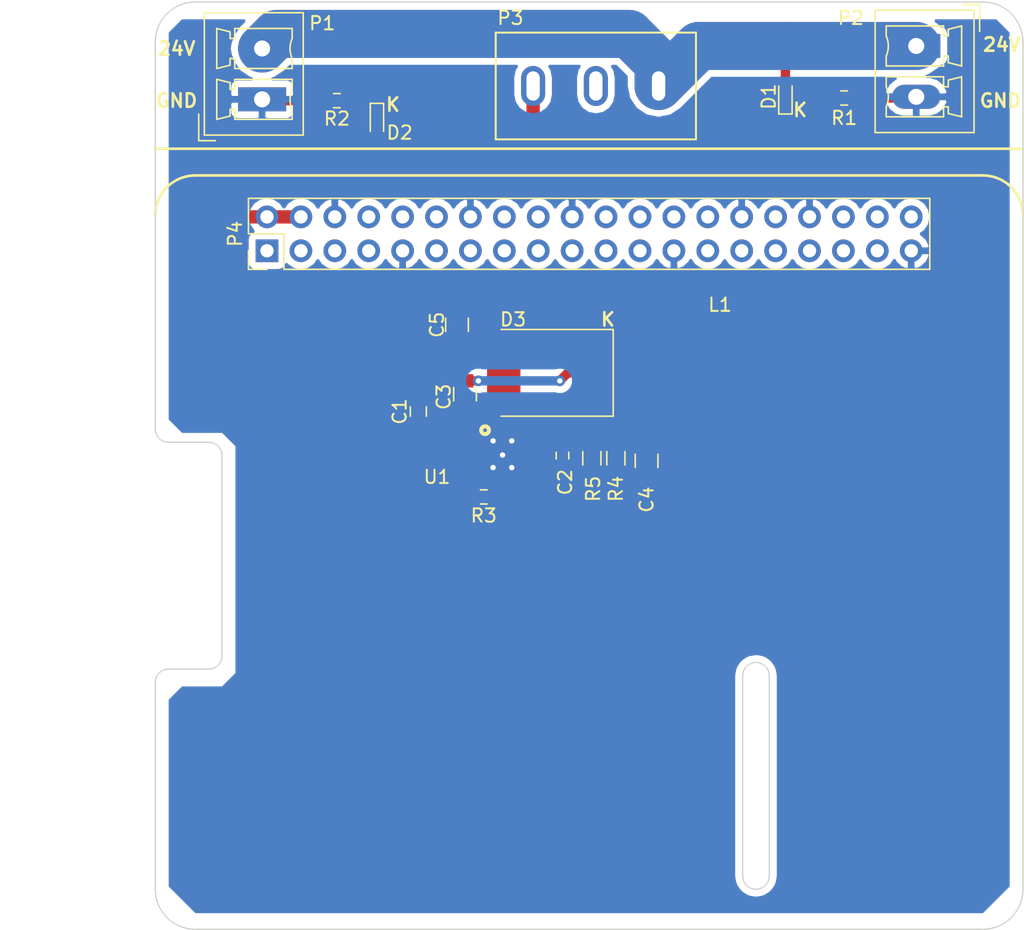
<source format=kicad_pcb>
(kicad_pcb (version 20170123) (host pcbnew "(2017-02-06 revision 13395d34d)-master")

  (general
    (links 42)
    (no_connects 0)
    (area 79.35 55.639999 159.095001 125.255001)
    (thickness 1.6)
    (drawings 37)
    (tracks 97)
    (zones 0)
    (modules 19)
    (nets 43)
  )

  (page A4)
  (title_block
    (title beast-phat)
    (date 2017-03-16)
    (rev 0.1)
    (company Resin.io)
    (comment 1 "Author: Tomás Villaseca <tomas@resin.io>")
  )

  (layers
    (0 F.Cu signal)
    (31 B.Cu signal)
    (32 B.Adhes user)
    (33 F.Adhes user)
    (34 B.Paste user)
    (35 F.Paste user)
    (36 B.SilkS user)
    (37 F.SilkS user)
    (38 B.Mask user)
    (39 F.Mask user)
    (40 Dwgs.User user)
    (41 Cmts.User user)
    (42 Eco1.User user)
    (43 Eco2.User user)
    (44 Edge.Cuts user)
    (45 Margin user)
    (46 B.CrtYd user)
    (47 F.CrtYd user)
    (48 B.Fab user)
    (49 F.Fab user)
  )

  (setup
    (last_trace_width 0.25)
    (user_trace_width 0.7)
    (user_trace_width 1)
    (user_trace_width 2)
    (user_trace_width 3.6)
    (trace_clearance 0.2)
    (zone_clearance 0.508)
    (zone_45_only no)
    (trace_min 0.2)
    (segment_width 0.15)
    (edge_width 0.15)
    (via_size 0.8)
    (via_drill 0.4)
    (via_min_size 0.4)
    (via_min_drill 0.3)
    (uvia_size 0.3)
    (uvia_drill 0.1)
    (uvias_allowed no)
    (uvia_min_size 0.2)
    (uvia_min_drill 0.1)
    (pcb_text_width 0.3)
    (pcb_text_size 1.5 1.5)
    (mod_edge_width 0.15)
    (mod_text_size 1 1)
    (mod_text_width 0.15)
    (pad_size 3.2 2.51)
    (pad_drill 0)
    (pad_to_mask_clearance 0.2)
    (aux_axis_origin 0 0)
    (grid_origin 97.1 122.2)
    (visible_elements FFFEFF7F)
    (pcbplotparams
      (layerselection 0x010f0_ffffffff)
      (usegerberextensions true)
      (excludeedgelayer true)
      (linewidth 0.100000)
      (plotframeref false)
      (viasonmask false)
      (mode 1)
      (useauxorigin false)
      (hpglpennumber 1)
      (hpglpenspeed 20)
      (hpglpendiameter 15)
      (psnegative false)
      (psa4output false)
      (plotreference true)
      (plotvalue true)
      (plotinvisibletext false)
      (padsonsilk true)
      (subtractmaskfromsilk false)
      (outputformat 1)
      (mirror false)
      (drillshape 0)
      (scaleselection 1)
      (outputdirectory fabrication-files/))
  )

  (net 0 "")
  (net 1 "Net-(C1-Pad2)")
  (net 2 GND)
  (net 3 "Net-(C2-Pad2)")
  (net 4 "Net-(C3-Pad2)")
  (net 5 "Net-(C3-Pad1)")
  (net 6 /5V)
  (net 7 "Net-(C4-Pad1)")
  (net 8 "Net-(D1-Pad2)")
  (net 9 "Net-(D1-Pad1)")
  (net 10 "Net-(D2-Pad1)")
  (net 11 "Net-(P3-Pad2)")
  (net 12 "Net-(P4-Pad40)")
  (net 13 "Net-(P4-Pad38)")
  (net 14 "Net-(P4-Pad37)")
  (net 15 "Net-(P4-Pad36)")
  (net 16 "Net-(P4-Pad35)")
  (net 17 "Net-(P4-Pad33)")
  (net 18 "Net-(P4-Pad32)")
  (net 19 "Net-(P4-Pad31)")
  (net 20 "Net-(P4-Pad29)")
  (net 21 "Net-(P4-Pad28)")
  (net 22 "Net-(P4-Pad27)")
  (net 23 "Net-(P4-Pad26)")
  (net 24 "Net-(P4-Pad24)")
  (net 25 "Net-(P4-Pad23)")
  (net 26 "Net-(P4-Pad22)")
  (net 27 "Net-(P4-Pad21)")
  (net 28 "Net-(P4-Pad19)")
  (net 29 "Net-(P4-Pad18)")
  (net 30 "Net-(P4-Pad17)")
  (net 31 "Net-(P4-Pad16)")
  (net 32 "Net-(P4-Pad15)")
  (net 33 "Net-(P4-Pad13)")
  (net 34 "Net-(P4-Pad12)")
  (net 35 "Net-(P4-Pad11)")
  (net 36 "Net-(P4-Pad10)")
  (net 37 "Net-(P4-Pad8)")
  (net 38 "Net-(P4-Pad7)")
  (net 39 "Net-(P4-Pad5)")
  (net 40 "Net-(P4-Pad3)")
  (net 41 "Net-(P4-Pad1)")
  (net 42 "Net-(R3-Pad1)")

  (net_class Default "This is the default net class."
    (clearance 0.2)
    (trace_width 0.25)
    (via_dia 0.8)
    (via_drill 0.4)
    (uvia_dia 0.3)
    (uvia_drill 0.1)
    (add_net /5V)
    (add_net GND)
    (add_net "Net-(C1-Pad2)")
    (add_net "Net-(C2-Pad2)")
    (add_net "Net-(C3-Pad1)")
    (add_net "Net-(C3-Pad2)")
    (add_net "Net-(C4-Pad1)")
    (add_net "Net-(D1-Pad1)")
    (add_net "Net-(D1-Pad2)")
    (add_net "Net-(D2-Pad1)")
    (add_net "Net-(P3-Pad2)")
    (add_net "Net-(P4-Pad1)")
    (add_net "Net-(P4-Pad10)")
    (add_net "Net-(P4-Pad11)")
    (add_net "Net-(P4-Pad12)")
    (add_net "Net-(P4-Pad13)")
    (add_net "Net-(P4-Pad15)")
    (add_net "Net-(P4-Pad16)")
    (add_net "Net-(P4-Pad17)")
    (add_net "Net-(P4-Pad18)")
    (add_net "Net-(P4-Pad19)")
    (add_net "Net-(P4-Pad21)")
    (add_net "Net-(P4-Pad22)")
    (add_net "Net-(P4-Pad23)")
    (add_net "Net-(P4-Pad24)")
    (add_net "Net-(P4-Pad26)")
    (add_net "Net-(P4-Pad27)")
    (add_net "Net-(P4-Pad28)")
    (add_net "Net-(P4-Pad29)")
    (add_net "Net-(P4-Pad3)")
    (add_net "Net-(P4-Pad31)")
    (add_net "Net-(P4-Pad32)")
    (add_net "Net-(P4-Pad33)")
    (add_net "Net-(P4-Pad35)")
    (add_net "Net-(P4-Pad36)")
    (add_net "Net-(P4-Pad37)")
    (add_net "Net-(P4-Pad38)")
    (add_net "Net-(P4-Pad40)")
    (add_net "Net-(P4-Pad5)")
    (add_net "Net-(P4-Pad7)")
    (add_net "Net-(P4-Pad8)")
    (add_net "Net-(R3-Pad1)")
  )

  (module Capacitors_SMD:C_0603 (layer F.Cu) (tedit 58C11AAD) (tstamp 58BFCEF1)
    (at 113.7 86.4 270)
    (descr "Capacitor SMD 0603, reflow soldering, AVX (see smccp.pdf)")
    (tags "capacitor 0603")
    (path /58BDE502)
    (attr smd)
    (fp_text reference C1 (at 0 1.4 270) (layer F.SilkS)
      (effects (font (size 1 1) (thickness 0.15)))
    )
    (fp_text value 4.7u (at 0 1.5 270) (layer F.Fab)
      (effects (font (size 1 1) (thickness 0.15)))
    )
    (fp_line (start 1.4 0.65) (end -1.4 0.65) (layer F.CrtYd) (width 0.05))
    (fp_line (start 1.4 0.65) (end 1.4 -0.65) (layer F.CrtYd) (width 0.05))
    (fp_line (start -1.4 -0.65) (end -1.4 0.65) (layer F.CrtYd) (width 0.05))
    (fp_line (start -1.4 -0.65) (end 1.4 -0.65) (layer F.CrtYd) (width 0.05))
    (fp_line (start 0.35 0.6) (end -0.35 0.6) (layer F.SilkS) (width 0.12))
    (fp_line (start -0.35 -0.6) (end 0.35 -0.6) (layer F.SilkS) (width 0.12))
    (fp_line (start -0.8 -0.4) (end 0.8 -0.4) (layer F.Fab) (width 0.1))
    (fp_line (start 0.8 -0.4) (end 0.8 0.4) (layer F.Fab) (width 0.1))
    (fp_line (start 0.8 0.4) (end -0.8 0.4) (layer F.Fab) (width 0.1))
    (fp_line (start -0.8 0.4) (end -0.8 -0.4) (layer F.Fab) (width 0.1))
    (fp_text user %R (at 0 -1.5 270) (layer F.Fab) hide
      (effects (font (size 1 1) (thickness 0.15)))
    )
    (pad 2 smd rect (at 0.75 0 270) (size 0.8 0.75) (layers F.Cu F.Paste F.Mask)
      (net 1 "Net-(C1-Pad2)"))
    (pad 1 smd rect (at -0.75 0 270) (size 0.8 0.75) (layers F.Cu F.Paste F.Mask)
      (net 2 GND))
    (model Capacitors_SMD.3dshapes/C_0603.wrl
      (at (xyz 0 0 0))
      (scale (xyz 1 1 1))
      (rotate (xyz 0 0 0))
    )
  )

  (module Capacitors_SMD:C_0402 (layer F.Cu) (tedit 58C11AD3) (tstamp 58BFCF02)
    (at 124.5 89.7 270)
    (descr "Capacitor SMD 0402, reflow soldering, AVX (see smccp.pdf)")
    (tags "capacitor 0402")
    (path /58BDE63B)
    (attr smd)
    (fp_text reference C2 (at 2 -0.2 270) (layer F.SilkS)
      (effects (font (size 1 1) (thickness 0.15)))
    )
    (fp_text value 8.2n (at 0 1.27 270) (layer F.Fab)
      (effects (font (size 1 1) (thickness 0.15)))
    )
    (fp_line (start 1 0.4) (end -1 0.4) (layer F.CrtYd) (width 0.05))
    (fp_line (start 1 0.4) (end 1 -0.4) (layer F.CrtYd) (width 0.05))
    (fp_line (start -1 -0.4) (end -1 0.4) (layer F.CrtYd) (width 0.05))
    (fp_line (start -1 -0.4) (end 1 -0.4) (layer F.CrtYd) (width 0.05))
    (fp_line (start -0.25 0.47) (end 0.25 0.47) (layer F.SilkS) (width 0.12))
    (fp_line (start 0.25 -0.47) (end -0.25 -0.47) (layer F.SilkS) (width 0.12))
    (fp_line (start -0.5 -0.25) (end 0.5 -0.25) (layer F.Fab) (width 0.1))
    (fp_line (start 0.5 -0.25) (end 0.5 0.25) (layer F.Fab) (width 0.1))
    (fp_line (start 0.5 0.25) (end -0.5 0.25) (layer F.Fab) (width 0.1))
    (fp_line (start -0.5 0.25) (end -0.5 -0.25) (layer F.Fab) (width 0.1))
    (fp_text user %R (at 0 -1.27 270) (layer F.Fab) hide
      (effects (font (size 1 1) (thickness 0.15)))
    )
    (pad 2 smd rect (at 0.55 0 270) (size 0.6 0.5) (layers F.Cu F.Paste F.Mask)
      (net 3 "Net-(C2-Pad2)"))
    (pad 1 smd rect (at -0.55 0 270) (size 0.6 0.5) (layers F.Cu F.Paste F.Mask)
      (net 2 GND))
    (model Capacitors_SMD.3dshapes/C_0402.wrl
      (at (xyz 0 0 0))
      (scale (xyz 1 1 1))
      (rotate (xyz 0 0 0))
    )
  )

  (module Capacitors_SMD:C_0805 (layer F.Cu) (tedit 58C11ABE) (tstamp 58BFCF13)
    (at 117.2 85.1 270)
    (descr "Capacitor SMD 0805, reflow soldering, AVX (see smccp.pdf)")
    (tags "capacitor 0805")
    (path /58BDE676)
    (attr smd)
    (fp_text reference C3 (at 0.2 1.6 270) (layer F.SilkS)
      (effects (font (size 1 1) (thickness 0.15)))
    )
    (fp_text value 100n (at 0 1.75 270) (layer F.Fab)
      (effects (font (size 1 1) (thickness 0.15)))
    )
    (fp_line (start 1.75 0.87) (end -1.75 0.87) (layer F.CrtYd) (width 0.05))
    (fp_line (start 1.75 0.87) (end 1.75 -0.88) (layer F.CrtYd) (width 0.05))
    (fp_line (start -1.75 -0.88) (end -1.75 0.87) (layer F.CrtYd) (width 0.05))
    (fp_line (start -1.75 -0.88) (end 1.75 -0.88) (layer F.CrtYd) (width 0.05))
    (fp_line (start -0.5 0.85) (end 0.5 0.85) (layer F.SilkS) (width 0.12))
    (fp_line (start 0.5 -0.85) (end -0.5 -0.85) (layer F.SilkS) (width 0.12))
    (fp_line (start -1 -0.62) (end 1 -0.62) (layer F.Fab) (width 0.1))
    (fp_line (start 1 -0.62) (end 1 0.62) (layer F.Fab) (width 0.1))
    (fp_line (start 1 0.62) (end -1 0.62) (layer F.Fab) (width 0.1))
    (fp_line (start -1 0.62) (end -1 -0.62) (layer F.Fab) (width 0.1))
    (fp_text user %R (at 0 -1.5 270) (layer F.Fab) hide
      (effects (font (size 1 1) (thickness 0.15)))
    )
    (pad 2 smd rect (at 1 0 270) (size 1 1.25) (layers F.Cu F.Paste F.Mask)
      (net 4 "Net-(C3-Pad2)"))
    (pad 1 smd rect (at -1 0 270) (size 1 1.25) (layers F.Cu F.Paste F.Mask)
      (net 5 "Net-(C3-Pad1)"))
    (model Capacitors_SMD.3dshapes/C_0805.wrl
      (at (xyz 0 0 0))
      (scale (xyz 1 1 1))
      (rotate (xyz 0 0 0))
    )
  )

  (module Capacitors_SMD:C_0805 (layer F.Cu) (tedit 58C11AF2) (tstamp 58BFCF24)
    (at 130.8 90.1 90)
    (descr "Capacitor SMD 0805, reflow soldering, AVX (see smccp.pdf)")
    (tags "capacitor 0805")
    (path /58BDE2BB)
    (attr smd)
    (fp_text reference C4 (at -2.9 0 90) (layer F.SilkS)
      (effects (font (size 1 1) (thickness 0.15)))
    )
    (fp_text value 120p (at 0 1.75 90) (layer F.Fab)
      (effects (font (size 1 1) (thickness 0.15)))
    )
    (fp_line (start 1.75 0.87) (end -1.75 0.87) (layer F.CrtYd) (width 0.05))
    (fp_line (start 1.75 0.87) (end 1.75 -0.88) (layer F.CrtYd) (width 0.05))
    (fp_line (start -1.75 -0.88) (end -1.75 0.87) (layer F.CrtYd) (width 0.05))
    (fp_line (start -1.75 -0.88) (end 1.75 -0.88) (layer F.CrtYd) (width 0.05))
    (fp_line (start -0.5 0.85) (end 0.5 0.85) (layer F.SilkS) (width 0.12))
    (fp_line (start 0.5 -0.85) (end -0.5 -0.85) (layer F.SilkS) (width 0.12))
    (fp_line (start -1 -0.62) (end 1 -0.62) (layer F.Fab) (width 0.1))
    (fp_line (start 1 -0.62) (end 1 0.62) (layer F.Fab) (width 0.1))
    (fp_line (start 1 0.62) (end -1 0.62) (layer F.Fab) (width 0.1))
    (fp_line (start -1 0.62) (end -1 -0.62) (layer F.Fab) (width 0.1))
    (fp_text user %R (at 0 -1.5 90) (layer F.Fab) hide
      (effects (font (size 1 1) (thickness 0.15)))
    )
    (pad 2 smd rect (at 1 0 90) (size 1 1.25) (layers F.Cu F.Paste F.Mask)
      (net 6 /5V))
    (pad 1 smd rect (at -1 0 90) (size 1 1.25) (layers F.Cu F.Paste F.Mask)
      (net 7 "Net-(C4-Pad1)"))
    (model Capacitors_SMD.3dshapes/C_0805.wrl
      (at (xyz 0 0 0))
      (scale (xyz 1 1 1))
      (rotate (xyz 0 0 0))
    )
  )

  (module Capacitors_SMD:C_0805 (layer F.Cu) (tedit 58C11DDE) (tstamp 58BFCF35)
    (at 116.6 79.9 90)
    (descr "Capacitor SMD 0805, reflow soldering, AVX (see smccp.pdf)")
    (tags "capacitor 0805")
    (path /58BDE5C7)
    (attr smd)
    (fp_text reference C5 (at 0 -1.5 90) (layer F.SilkS)
      (effects (font (size 1 1) (thickness 0.15)))
    )
    (fp_text value 47u (at 0 1.75 90) (layer F.Fab)
      (effects (font (size 1 1) (thickness 0.15)))
    )
    (fp_text user %R (at 0 -1.5 90) (layer F.Fab) hide
      (effects (font (size 1 1) (thickness 0.15)))
    )
    (fp_line (start -1 0.62) (end -1 -0.62) (layer F.Fab) (width 0.1))
    (fp_line (start 1 0.62) (end -1 0.62) (layer F.Fab) (width 0.1))
    (fp_line (start 1 -0.62) (end 1 0.62) (layer F.Fab) (width 0.1))
    (fp_line (start -1 -0.62) (end 1 -0.62) (layer F.Fab) (width 0.1))
    (fp_line (start 0.5 -0.85) (end -0.5 -0.85) (layer F.SilkS) (width 0.12))
    (fp_line (start -0.5 0.85) (end 0.5 0.85) (layer F.SilkS) (width 0.12))
    (fp_line (start -1.75 -0.88) (end 1.75 -0.88) (layer F.CrtYd) (width 0.05))
    (fp_line (start -1.75 -0.88) (end -1.75 0.87) (layer F.CrtYd) (width 0.05))
    (fp_line (start 1.75 0.87) (end 1.75 -0.88) (layer F.CrtYd) (width 0.05))
    (fp_line (start 1.75 0.87) (end -1.75 0.87) (layer F.CrtYd) (width 0.05))
    (pad 1 smd rect (at -1 0 90) (size 1 1.25) (layers F.Cu F.Paste F.Mask)
      (net 2 GND))
    (pad 2 smd rect (at 1 0 90) (size 1 1.25) (layers F.Cu F.Paste F.Mask)
      (net 6 /5V))
    (model Capacitors_SMD.3dshapes/C_0805.wrl
      (at (xyz 0 0 0))
      (scale (xyz 1 1 1))
      (rotate (xyz 0 0 0))
    )
  )

  (module LEDs:LED_0603 (layer F.Cu) (tedit 57FE93A5) (tstamp 58BFCF4A)
    (at 141.2 62.8 90)
    (descr "LED 0603 smd package")
    (tags "LED led 0603 SMD smd SMT smt smdled SMDLED smtled SMTLED")
    (path /58BE3091)
    (attr smd)
    (fp_text reference D1 (at 0 -1.25 90) (layer F.SilkS)
      (effects (font (size 1 1) (thickness 0.15)))
    )
    (fp_text value LED (at 0 1.35 90) (layer F.Fab)
      (effects (font (size 1 1) (thickness 0.15)))
    )
    (fp_line (start -1.3 -0.5) (end -1.3 0.5) (layer F.SilkS) (width 0.12))
    (fp_line (start -0.2 -0.2) (end -0.2 0.2) (layer F.Fab) (width 0.1))
    (fp_line (start -0.15 0) (end 0.15 -0.2) (layer F.Fab) (width 0.1))
    (fp_line (start 0.15 0.2) (end -0.15 0) (layer F.Fab) (width 0.1))
    (fp_line (start 0.15 -0.2) (end 0.15 0.2) (layer F.Fab) (width 0.1))
    (fp_line (start 0.8 0.4) (end -0.8 0.4) (layer F.Fab) (width 0.1))
    (fp_line (start 0.8 -0.4) (end 0.8 0.4) (layer F.Fab) (width 0.1))
    (fp_line (start -0.8 -0.4) (end 0.8 -0.4) (layer F.Fab) (width 0.1))
    (fp_line (start -0.8 0.4) (end -0.8 -0.4) (layer F.Fab) (width 0.1))
    (fp_line (start -1.3 0.5) (end 0.8 0.5) (layer F.SilkS) (width 0.12))
    (fp_line (start -1.3 -0.5) (end 0.8 -0.5) (layer F.SilkS) (width 0.12))
    (fp_line (start 1.45 -0.65) (end 1.45 0.65) (layer F.CrtYd) (width 0.05))
    (fp_line (start 1.45 0.65) (end -1.45 0.65) (layer F.CrtYd) (width 0.05))
    (fp_line (start -1.45 0.65) (end -1.45 -0.65) (layer F.CrtYd) (width 0.05))
    (fp_line (start -1.45 -0.65) (end 1.45 -0.65) (layer F.CrtYd) (width 0.05))
    (pad 2 smd rect (at 0.8 0 270) (size 0.8 0.8) (layers F.Cu F.Paste F.Mask)
      (net 8 "Net-(D1-Pad2)"))
    (pad 1 smd rect (at -0.8 0 270) (size 0.8 0.8) (layers F.Cu F.Paste F.Mask)
      (net 9 "Net-(D1-Pad1)"))
    (model LEDs.3dshapes/LED_0603.wrl
      (at (xyz 0 0 0))
      (scale (xyz 1 1 1))
      (rotate (xyz 0 0 180))
    )
  )

  (module LEDs:LED_0603 (layer F.Cu) (tedit 58C11EBB) (tstamp 58BFCF5F)
    (at 110.6 64.6 270)
    (descr "LED 0603 smd package")
    (tags "LED led 0603 SMD smd SMT smt smdled SMDLED smtled SMTLED")
    (path /58BE1ECA)
    (attr smd)
    (fp_text reference D2 (at 0.9 -1.7) (layer F.SilkS)
      (effects (font (size 1 1) (thickness 0.15)))
    )
    (fp_text value LED (at 0 1.35 270) (layer F.Fab)
      (effects (font (size 1 1) (thickness 0.15)))
    )
    (fp_line (start -1.45 -0.65) (end 1.45 -0.65) (layer F.CrtYd) (width 0.05))
    (fp_line (start -1.45 0.65) (end -1.45 -0.65) (layer F.CrtYd) (width 0.05))
    (fp_line (start 1.45 0.65) (end -1.45 0.65) (layer F.CrtYd) (width 0.05))
    (fp_line (start 1.45 -0.65) (end 1.45 0.65) (layer F.CrtYd) (width 0.05))
    (fp_line (start -1.3 -0.5) (end 0.8 -0.5) (layer F.SilkS) (width 0.12))
    (fp_line (start -1.3 0.5) (end 0.8 0.5) (layer F.SilkS) (width 0.12))
    (fp_line (start -0.8 0.4) (end -0.8 -0.4) (layer F.Fab) (width 0.1))
    (fp_line (start -0.8 -0.4) (end 0.8 -0.4) (layer F.Fab) (width 0.1))
    (fp_line (start 0.8 -0.4) (end 0.8 0.4) (layer F.Fab) (width 0.1))
    (fp_line (start 0.8 0.4) (end -0.8 0.4) (layer F.Fab) (width 0.1))
    (fp_line (start 0.15 -0.2) (end 0.15 0.2) (layer F.Fab) (width 0.1))
    (fp_line (start 0.15 0.2) (end -0.15 0) (layer F.Fab) (width 0.1))
    (fp_line (start -0.15 0) (end 0.15 -0.2) (layer F.Fab) (width 0.1))
    (fp_line (start -0.2 -0.2) (end -0.2 0.2) (layer F.Fab) (width 0.1))
    (fp_line (start -1.3 -0.5) (end -1.3 0.5) (layer F.SilkS) (width 0.12))
    (pad 1 smd rect (at -0.8 0 90) (size 0.8 0.8) (layers F.Cu F.Paste F.Mask)
      (net 10 "Net-(D2-Pad1)"))
    (pad 2 smd rect (at 0.8 0 90) (size 0.8 0.8) (layers F.Cu F.Paste F.Mask)
      (net 1 "Net-(C1-Pad2)"))
    (model LEDs.3dshapes/LED_0603.wrl
      (at (xyz 0 0 0))
      (scale (xyz 1 1 1))
      (rotate (xyz 0 0 180))
    )
  )

  (module Diodes_SMD:D_SMC_Standard (layer F.Cu) (tedit 58C11DD8) (tstamp 58BFCF76)
    (at 123.5 83.5 180)
    (descr "Diode SMC Standard = DO-214AB")
    (tags "Diode SMC Standard DO-214AB")
    (path /58BDE41F)
    (attr smd)
    (fp_text reference D3 (at 2.7 4 180) (layer F.SilkS)
      (effects (font (size 1 1) (thickness 0.15)))
    )
    (fp_text value SCHOTTKY (at 0 5.08 180) (layer F.Fab)
      (effects (font (size 1 1) (thickness 0.15)))
    )
    (fp_line (start -4.8 -3.25) (end 3.6 -3.25) (layer F.SilkS) (width 0.12))
    (fp_line (start -4.8 3.25) (end 3.6 3.25) (layer F.SilkS) (width 0.12))
    (fp_line (start -0.64944 0.00102) (end 0.50118 -0.79908) (layer F.Fab) (width 0.1))
    (fp_line (start -0.64944 0.00102) (end 0.50118 0.75032) (layer F.Fab) (width 0.1))
    (fp_line (start 0.50118 0.75032) (end 0.50118 -0.79908) (layer F.Fab) (width 0.1))
    (fp_line (start -0.64944 -0.79908) (end -0.64944 0.80112) (layer F.Fab) (width 0.1))
    (fp_line (start 0.50118 0.00102) (end 1.4994 0.00102) (layer F.Fab) (width 0.1))
    (fp_line (start -0.64944 0.00102) (end -1.55114 0.00102) (layer F.Fab) (width 0.1))
    (fp_line (start -4.9 3.35) (end -4.9 -3.35) (layer F.CrtYd) (width 0.05))
    (fp_line (start 4.9 3.35) (end -4.9 3.35) (layer F.CrtYd) (width 0.05))
    (fp_line (start 4.9 -3.35) (end 4.9 3.35) (layer F.CrtYd) (width 0.05))
    (fp_line (start -4.9 -3.35) (end 4.9 -3.35) (layer F.CrtYd) (width 0.05))
    (fp_line (start 3.55 -3.1) (end -3.55 -3.1) (layer F.Fab) (width 0.1))
    (fp_line (start 3.55 -3.1) (end 3.55 3.1) (layer F.Fab) (width 0.1))
    (fp_line (start -3.55 3.1) (end -3.55 -3.1) (layer F.Fab) (width 0.1))
    (fp_line (start 3.55 3.1) (end -3.55 3.1) (layer F.Fab) (width 0.1))
    (fp_line (start -4.8 3.25) (end -4.8 -3.25) (layer F.SilkS) (width 0.12))
    (pad 2 smd rect (at 3.4 0 270) (size 3.3 2.5) (layers F.Cu F.Paste F.Mask)
      (net 2 GND))
    (pad 1 smd rect (at -3.4 0 270) (size 3.3 2.5) (layers F.Cu F.Paste F.Mask)
      (net 5 "Net-(C3-Pad1)"))
    (model Diodes_SMD.3dshapes/D_SMC_Standard.wrl
      (at (xyz 0 0 0))
      (scale (xyz 0.3937 0.3937 0.3937))
      (rotate (xyz 0 0 180))
    )
  )

  (module footprints:SRN6045 (layer F.Cu) (tedit 58C11844) (tstamp 58BFCF80)
    (at 132.1 81.1 270)
    (path /58BDE35F)
    (fp_text reference L1 (at -2.7 -4.2) (layer F.SilkS)
      (effects (font (size 1 1) (thickness 0.15)))
    )
    (fp_text value 3.3u (at 0 0 270) (layer F.SilkS) hide
      (effects (font (size 0.3 0.3) (thickness 0.075)))
    )
    (fp_line (start -3 3) (end -3 -3) (layer Eco2.User) (width 0.15))
    (fp_line (start 3 3) (end -3 3) (layer Eco2.User) (width 0.15))
    (fp_line (start 3 -3) (end 3 3) (layer Eco2.User) (width 0.15))
    (fp_line (start -3 -3) (end 3 -3) (layer Eco2.User) (width 0.15))
    (pad 2 smd rect (at 2.5 0 270) (size 2.7 6) (layers F.Cu F.Paste F.Mask)
      (net 5 "Net-(C3-Pad1)"))
    (pad 1 smd rect (at -2.5 0 270) (size 2.7 6) (layers F.Cu F.Paste F.Mask)
      (net 6 /5V))
  )

  (module Connectors_Phoenix:PhoenixContact_MCV-G_02x3.81mm_Vertical (layer F.Cu) (tedit 58C198B5) (tstamp 58BFCFB3)
    (at 102 63 90)
    (descr "Generic Phoenix Contact connector footprint for series: MCV-G; number of pins: 02; pin pitch: 3.81mm; Vertical || order number: 1803426 8A 160V")
    (tags "phoenix_contact connector MCV_01x02_G_3.81mm")
    (path /58BE1E08)
    (fp_text reference P1 (at 5.7 4.5 180) (layer F.SilkS)
      (effects (font (size 1 1) (thickness 0.15)))
    )
    (fp_text value INPUT (at 1.905 4 90) (layer F.Fab)
      (effects (font (size 1 1) (thickness 0.15)))
    )
    (fp_arc (start 0 3.95) (end -0.75 2.25) (angle 47.6) (layer F.SilkS) (width 0.12))
    (fp_arc (start 3.81 3.95) (end 3.06 2.25) (angle 47.6) (layer F.SilkS) (width 0.12))
    (fp_line (start -2.68 -4.33) (end -2.68 3.08) (layer F.SilkS) (width 0.12))
    (fp_line (start -2.68 3.08) (end 6.49 3.08) (layer F.SilkS) (width 0.12))
    (fp_line (start 6.49 3.08) (end 6.49 -4.33) (layer F.SilkS) (width 0.12))
    (fp_line (start 6.49 -4.33) (end -2.68 -4.33) (layer F.SilkS) (width 0.12))
    (fp_line (start -2.6 -4.25) (end -2.6 3) (layer F.Fab) (width 0.1))
    (fp_line (start -2.6 3) (end 6.41 3) (layer F.Fab) (width 0.1))
    (fp_line (start 6.41 3) (end 6.41 -4.25) (layer F.Fab) (width 0.1))
    (fp_line (start 6.41 -4.25) (end -2.6 -4.25) (layer F.Fab) (width 0.1))
    (fp_line (start -0.75 2.25) (end -1.5 2.25) (layer F.SilkS) (width 0.12))
    (fp_line (start -1.5 2.25) (end -1.5 -2.05) (layer F.SilkS) (width 0.12))
    (fp_line (start -1.5 -2.05) (end -0.75 -2.05) (layer F.SilkS) (width 0.12))
    (fp_line (start -0.75 -2.05) (end -0.75 -2.4) (layer F.SilkS) (width 0.12))
    (fp_line (start -0.75 -2.4) (end -1.25 -2.4) (layer F.SilkS) (width 0.12))
    (fp_line (start -1.25 -2.4) (end -1.5 -3.4) (layer F.SilkS) (width 0.12))
    (fp_line (start -1.5 -3.4) (end 1.5 -3.4) (layer F.SilkS) (width 0.12))
    (fp_line (start 1.5 -3.4) (end 1.25 -2.4) (layer F.SilkS) (width 0.12))
    (fp_line (start 1.25 -2.4) (end 0.75 -2.4) (layer F.SilkS) (width 0.12))
    (fp_line (start 0.75 -2.4) (end 0.75 -2.05) (layer F.SilkS) (width 0.12))
    (fp_line (start 0.75 -2.05) (end 1.5 -2.05) (layer F.SilkS) (width 0.12))
    (fp_line (start 1.5 -2.05) (end 1.5 2.25) (layer F.SilkS) (width 0.12))
    (fp_line (start 1.5 2.25) (end 0.75 2.25) (layer F.SilkS) (width 0.12))
    (fp_line (start 3.06 2.25) (end 2.31 2.25) (layer F.SilkS) (width 0.12))
    (fp_line (start 2.31 2.25) (end 2.31 -2.05) (layer F.SilkS) (width 0.12))
    (fp_line (start 2.31 -2.05) (end 3.06 -2.05) (layer F.SilkS) (width 0.12))
    (fp_line (start 3.06 -2.05) (end 3.06 -2.4) (layer F.SilkS) (width 0.12))
    (fp_line (start 3.06 -2.4) (end 2.56 -2.4) (layer F.SilkS) (width 0.12))
    (fp_line (start 2.56 -2.4) (end 2.31 -3.4) (layer F.SilkS) (width 0.12))
    (fp_line (start 2.31 -3.4) (end 5.31 -3.4) (layer F.SilkS) (width 0.12))
    (fp_line (start 5.31 -3.4) (end 5.06 -2.4) (layer F.SilkS) (width 0.12))
    (fp_line (start 5.06 -2.4) (end 4.56 -2.4) (layer F.SilkS) (width 0.12))
    (fp_line (start 4.56 -2.4) (end 4.56 -2.05) (layer F.SilkS) (width 0.12))
    (fp_line (start 4.56 -2.05) (end 5.31 -2.05) (layer F.SilkS) (width 0.12))
    (fp_line (start 5.31 -2.05) (end 5.31 2.25) (layer F.SilkS) (width 0.12))
    (fp_line (start 5.31 2.25) (end 4.56 2.25) (layer F.SilkS) (width 0.12))
    (fp_line (start -3.1 -4.75) (end -3.1 3.5) (layer F.CrtYd) (width 0.05))
    (fp_line (start -3.1 3.5) (end 6.91 3.5) (layer F.CrtYd) (width 0.05))
    (fp_line (start 6.91 3.5) (end 6.91 -4.75) (layer F.CrtYd) (width 0.05))
    (fp_line (start 6.91 -4.75) (end -3.1 -4.75) (layer F.CrtYd) (width 0.05))
    (fp_line (start -3.1 -3.5) (end -3.1 -4.75) (layer F.SilkS) (width 0.12))
    (fp_line (start -3.1 -4.75) (end -1.1 -4.75) (layer F.SilkS) (width 0.12))
    (fp_line (start -3.1 -3.5) (end -3.1 -4.75) (layer F.Fab) (width 0.1))
    (fp_line (start -3.1 -4.75) (end -1.1 -4.75) (layer F.Fab) (width 0.1))
    (fp_text user %R (at 1.905 -3 90) (layer F.Fab) hide
      (effects (font (size 1 1) (thickness 0.15)))
    )
    (pad 1 thru_hole rect (at 0 0 90) (size 1.8 3.6) (drill 1.2) (layers *.Cu *.Mask)
      (net 2 GND))
    (pad 2 thru_hole oval (at 3.81 0 90) (size 1.8 3.6) (drill 1.2) (layers *.Cu *.Mask)
      (net 8 "Net-(D1-Pad2)"))
    (model Connectors_Phoenix.3dshapes/PhoenixContact_MCV-G_02x3.81mm_Vertical.wrl
      (at (xyz 0 0 0))
      (scale (xyz 1 1 1))
      (rotate (xyz 0 0 0))
    )
  )

  (module Connectors_Phoenix:PhoenixContact_MCV-G_02x3.81mm_Vertical (layer F.Cu) (tedit 58C198BE) (tstamp 58BFCFE6)
    (at 151 59 270)
    (descr "Generic Phoenix Contact connector footprint for series: MCV-G; number of pins: 02; pin pitch: 3.81mm; Vertical || order number: 1803426 8A 160V")
    (tags "phoenix_contact connector MCV_01x02_G_3.81mm")
    (path /58BE1D1F)
    (fp_text reference P2 (at -2.1 4.9) (layer F.SilkS)
      (effects (font (size 1 1) (thickness 0.15)))
    )
    (fp_text value OUTPUT (at 1.905 4 270) (layer F.Fab)
      (effects (font (size 1 1) (thickness 0.15)))
    )
    (fp_text user %R (at 1.905 -3 270) (layer F.Fab) hide
      (effects (font (size 1 1) (thickness 0.15)))
    )
    (fp_line (start -3.1 -4.75) (end -1.1 -4.75) (layer F.Fab) (width 0.1))
    (fp_line (start -3.1 -3.5) (end -3.1 -4.75) (layer F.Fab) (width 0.1))
    (fp_line (start -3.1 -4.75) (end -1.1 -4.75) (layer F.SilkS) (width 0.12))
    (fp_line (start -3.1 -3.5) (end -3.1 -4.75) (layer F.SilkS) (width 0.12))
    (fp_line (start 6.91 -4.75) (end -3.1 -4.75) (layer F.CrtYd) (width 0.05))
    (fp_line (start 6.91 3.5) (end 6.91 -4.75) (layer F.CrtYd) (width 0.05))
    (fp_line (start -3.1 3.5) (end 6.91 3.5) (layer F.CrtYd) (width 0.05))
    (fp_line (start -3.1 -4.75) (end -3.1 3.5) (layer F.CrtYd) (width 0.05))
    (fp_line (start 5.31 2.25) (end 4.56 2.25) (layer F.SilkS) (width 0.12))
    (fp_line (start 5.31 -2.05) (end 5.31 2.25) (layer F.SilkS) (width 0.12))
    (fp_line (start 4.56 -2.05) (end 5.31 -2.05) (layer F.SilkS) (width 0.12))
    (fp_line (start 4.56 -2.4) (end 4.56 -2.05) (layer F.SilkS) (width 0.12))
    (fp_line (start 5.06 -2.4) (end 4.56 -2.4) (layer F.SilkS) (width 0.12))
    (fp_line (start 5.31 -3.4) (end 5.06 -2.4) (layer F.SilkS) (width 0.12))
    (fp_line (start 2.31 -3.4) (end 5.31 -3.4) (layer F.SilkS) (width 0.12))
    (fp_line (start 2.56 -2.4) (end 2.31 -3.4) (layer F.SilkS) (width 0.12))
    (fp_line (start 3.06 -2.4) (end 2.56 -2.4) (layer F.SilkS) (width 0.12))
    (fp_line (start 3.06 -2.05) (end 3.06 -2.4) (layer F.SilkS) (width 0.12))
    (fp_line (start 2.31 -2.05) (end 3.06 -2.05) (layer F.SilkS) (width 0.12))
    (fp_line (start 2.31 2.25) (end 2.31 -2.05) (layer F.SilkS) (width 0.12))
    (fp_line (start 3.06 2.25) (end 2.31 2.25) (layer F.SilkS) (width 0.12))
    (fp_line (start 1.5 2.25) (end 0.75 2.25) (layer F.SilkS) (width 0.12))
    (fp_line (start 1.5 -2.05) (end 1.5 2.25) (layer F.SilkS) (width 0.12))
    (fp_line (start 0.75 -2.05) (end 1.5 -2.05) (layer F.SilkS) (width 0.12))
    (fp_line (start 0.75 -2.4) (end 0.75 -2.05) (layer F.SilkS) (width 0.12))
    (fp_line (start 1.25 -2.4) (end 0.75 -2.4) (layer F.SilkS) (width 0.12))
    (fp_line (start 1.5 -3.4) (end 1.25 -2.4) (layer F.SilkS) (width 0.12))
    (fp_line (start -1.5 -3.4) (end 1.5 -3.4) (layer F.SilkS) (width 0.12))
    (fp_line (start -1.25 -2.4) (end -1.5 -3.4) (layer F.SilkS) (width 0.12))
    (fp_line (start -0.75 -2.4) (end -1.25 -2.4) (layer F.SilkS) (width 0.12))
    (fp_line (start -0.75 -2.05) (end -0.75 -2.4) (layer F.SilkS) (width 0.12))
    (fp_line (start -1.5 -2.05) (end -0.75 -2.05) (layer F.SilkS) (width 0.12))
    (fp_line (start -1.5 2.25) (end -1.5 -2.05) (layer F.SilkS) (width 0.12))
    (fp_line (start -0.75 2.25) (end -1.5 2.25) (layer F.SilkS) (width 0.12))
    (fp_line (start 6.41 -4.25) (end -2.6 -4.25) (layer F.Fab) (width 0.1))
    (fp_line (start 6.41 3) (end 6.41 -4.25) (layer F.Fab) (width 0.1))
    (fp_line (start -2.6 3) (end 6.41 3) (layer F.Fab) (width 0.1))
    (fp_line (start -2.6 -4.25) (end -2.6 3) (layer F.Fab) (width 0.1))
    (fp_line (start 6.49 -4.33) (end -2.68 -4.33) (layer F.SilkS) (width 0.12))
    (fp_line (start 6.49 3.08) (end 6.49 -4.33) (layer F.SilkS) (width 0.12))
    (fp_line (start -2.68 3.08) (end 6.49 3.08) (layer F.SilkS) (width 0.12))
    (fp_line (start -2.68 -4.33) (end -2.68 3.08) (layer F.SilkS) (width 0.12))
    (fp_arc (start 3.81 3.95) (end 3.06 2.25) (angle 47.6) (layer F.SilkS) (width 0.12))
    (fp_arc (start 0 3.95) (end -0.75 2.25) (angle 47.6) (layer F.SilkS) (width 0.12))
    (pad 2 thru_hole oval (at 3.81 0 270) (size 1.8 3.6) (drill 1.2) (layers *.Cu *.Mask)
      (net 2 GND))
    (pad 1 thru_hole rect (at 0 0 270) (size 1.8 3.6) (drill 1.2) (layers *.Cu *.Mask)
      (net 8 "Net-(D1-Pad2)"))
    (model Connectors_Phoenix.3dshapes/PhoenixContact_MCV-G_02x3.81mm_Vertical.wrl
      (at (xyz 0 0 0))
      (scale (xyz 1 1 1))
      (rotate (xyz 0 0 0))
    )
  )

  (module footprints:switch (layer F.Cu) (tedit 58C11BF8) (tstamp 58BFCFF1)
    (at 127 62)
    (path /58BFAD08)
    (fp_text reference P3 (at -6.4 -5.1) (layer F.SilkS)
      (effects (font (size 1 1) (thickness 0.15)))
    )
    (fp_text value SWITCH (at -5.1 -5) (layer F.Fab)
      (effects (font (size 1 1) (thickness 0.15)))
    )
    (fp_line (start -7.5 -4) (end 7.5 -4) (layer F.SilkS) (width 0.15))
    (fp_line (start -7.5 4) (end -7.5 -4) (layer F.SilkS) (width 0.15))
    (fp_line (start 7.5 4) (end -7.5 4) (layer F.SilkS) (width 0.15))
    (fp_line (start 7.5 -4) (end 7.5 4) (layer F.SilkS) (width 0.15))
    (pad 3 thru_hole oval (at 4.7 0) (size 1.8 3) (drill oval 1 2.2) (layers *.Cu *.Mask)
      (net 8 "Net-(D1-Pad2)"))
    (pad 2 thru_hole oval (at 0 0) (size 1.8 3) (drill oval 1 2.2) (layers *.Cu *.Mask)
      (net 11 "Net-(P3-Pad2)"))
    (pad 1 thru_hole oval (at -4.7 0) (size 1.8 3) (drill oval 1 2.2) (layers *.Cu *.Mask)
      (net 1 "Net-(C1-Pad2)"))
  )

  (module Pin_Headers:Pin_Header_Straight_2x20_Pitch2.54mm (layer F.Cu) (tedit 58C098B2) (tstamp 58BFD02D)
    (at 102.365 74.35 90)
    (descr "Through hole straight pin header, 2x20, 2.54mm pitch, double rows")
    (tags "Through hole pin header THT 2x20 2.54mm double row")
    (path /58BE0627)
    (fp_text reference P4 (at 1.27 -2.39 90) (layer F.SilkS)
      (effects (font (size 1 1) (thickness 0.15)))
    )
    (fp_text value "STACKING HEADER" (at 5.225 43.75) (layer F.Fab)
      (effects (font (size 1 1) (thickness 0.15)))
    )
    (fp_line (start 4.1 -1.6) (end -1.6 -1.6) (layer F.CrtYd) (width 0.05))
    (fp_line (start 4.1 49.8) (end 4.1 -1.6) (layer F.CrtYd) (width 0.05))
    (fp_line (start -1.6 49.8) (end 4.1 49.8) (layer F.CrtYd) (width 0.05))
    (fp_line (start -1.6 -1.6) (end -1.6 49.8) (layer F.CrtYd) (width 0.05))
    (fp_line (start -1.39 -1.39) (end 0 -1.39) (layer F.SilkS) (width 0.12))
    (fp_line (start -1.39 0) (end -1.39 -1.39) (layer F.SilkS) (width 0.12))
    (fp_line (start 1.27 1.27) (end -1.39 1.27) (layer F.SilkS) (width 0.12))
    (fp_line (start 1.27 -1.39) (end 1.27 1.27) (layer F.SilkS) (width 0.12))
    (fp_line (start 3.93 -1.39) (end 1.27 -1.39) (layer F.SilkS) (width 0.12))
    (fp_line (start 3.93 49.65) (end 3.93 -1.39) (layer F.SilkS) (width 0.12))
    (fp_line (start -1.39 49.65) (end 3.93 49.65) (layer F.SilkS) (width 0.12))
    (fp_line (start -1.39 1.27) (end -1.39 49.65) (layer F.SilkS) (width 0.12))
    (fp_line (start 3.81 -1.27) (end -1.27 -1.27) (layer F.Fab) (width 0.1))
    (fp_line (start 3.81 49.53) (end 3.81 -1.27) (layer F.Fab) (width 0.1))
    (fp_line (start -1.27 49.53) (end 3.81 49.53) (layer F.Fab) (width 0.1))
    (fp_line (start -1.27 -1.27) (end -1.27 49.53) (layer F.Fab) (width 0.1))
    (pad 40 thru_hole oval (at 2.54 48.26 90) (size 1.7 1.7) (drill 1) (layers *.Cu *.Mask)
      (net 12 "Net-(P4-Pad40)"))
    (pad 39 thru_hole oval (at 0 48.26 90) (size 1.7 1.7) (drill 1) (layers *.Cu *.Mask)
      (net 2 GND))
    (pad 38 thru_hole oval (at 2.54 45.72 90) (size 1.7 1.7) (drill 1) (layers *.Cu *.Mask)
      (net 13 "Net-(P4-Pad38)"))
    (pad 37 thru_hole oval (at 0 45.72 90) (size 1.7 1.7) (drill 1) (layers *.Cu *.Mask)
      (net 14 "Net-(P4-Pad37)"))
    (pad 36 thru_hole oval (at 2.54 43.18 90) (size 1.7 1.7) (drill 1) (layers *.Cu *.Mask)
      (net 15 "Net-(P4-Pad36)"))
    (pad 35 thru_hole oval (at 0 43.18 90) (size 1.7 1.7) (drill 1) (layers *.Cu *.Mask)
      (net 16 "Net-(P4-Pad35)"))
    (pad 34 thru_hole oval (at 2.54 40.64 90) (size 1.7 1.7) (drill 1) (layers *.Cu *.Mask)
      (net 2 GND))
    (pad 33 thru_hole oval (at 0 40.64 90) (size 1.7 1.7) (drill 1) (layers *.Cu *.Mask)
      (net 17 "Net-(P4-Pad33)"))
    (pad 32 thru_hole oval (at 2.54 38.1 90) (size 1.7 1.7) (drill 1) (layers *.Cu *.Mask)
      (net 18 "Net-(P4-Pad32)"))
    (pad 31 thru_hole oval (at 0 38.1 90) (size 1.7 1.7) (drill 1) (layers *.Cu *.Mask)
      (net 19 "Net-(P4-Pad31)"))
    (pad 30 thru_hole oval (at 2.54 35.56 90) (size 1.7 1.7) (drill 1) (layers *.Cu *.Mask)
      (net 2 GND))
    (pad 29 thru_hole oval (at 0 35.56 90) (size 1.7 1.7) (drill 1) (layers *.Cu *.Mask)
      (net 20 "Net-(P4-Pad29)"))
    (pad 28 thru_hole oval (at 2.54 33.02 90) (size 1.7 1.7) (drill 1) (layers *.Cu *.Mask)
      (net 21 "Net-(P4-Pad28)"))
    (pad 27 thru_hole oval (at 0 33.02 90) (size 1.7 1.7) (drill 1) (layers *.Cu *.Mask)
      (net 22 "Net-(P4-Pad27)"))
    (pad 26 thru_hole oval (at 2.54 30.48 90) (size 1.7 1.7) (drill 1) (layers *.Cu *.Mask)
      (net 23 "Net-(P4-Pad26)"))
    (pad 25 thru_hole oval (at 0 30.48 90) (size 1.7 1.7) (drill 1) (layers *.Cu *.Mask)
      (net 2 GND))
    (pad 24 thru_hole oval (at 2.54 27.94 90) (size 1.7 1.7) (drill 1) (layers *.Cu *.Mask)
      (net 24 "Net-(P4-Pad24)"))
    (pad 23 thru_hole oval (at 0 27.94 90) (size 1.7 1.7) (drill 1) (layers *.Cu *.Mask)
      (net 25 "Net-(P4-Pad23)"))
    (pad 22 thru_hole oval (at 2.54 25.4 90) (size 1.7 1.7) (drill 1) (layers *.Cu *.Mask)
      (net 26 "Net-(P4-Pad22)"))
    (pad 21 thru_hole oval (at 0 25.4 90) (size 1.7 1.7) (drill 1) (layers *.Cu *.Mask)
      (net 27 "Net-(P4-Pad21)"))
    (pad 20 thru_hole oval (at 2.54 22.86 90) (size 1.7 1.7) (drill 1) (layers *.Cu *.Mask)
      (net 2 GND))
    (pad 19 thru_hole oval (at 0 22.86 90) (size 1.7 1.7) (drill 1) (layers *.Cu *.Mask)
      (net 28 "Net-(P4-Pad19)"))
    (pad 18 thru_hole oval (at 2.54 20.32 90) (size 1.7 1.7) (drill 1) (layers *.Cu *.Mask)
      (net 29 "Net-(P4-Pad18)"))
    (pad 17 thru_hole oval (at 0 20.32 90) (size 1.7 1.7) (drill 1) (layers *.Cu *.Mask)
      (net 30 "Net-(P4-Pad17)"))
    (pad 16 thru_hole oval (at 2.54 17.78 90) (size 1.7 1.7) (drill 1) (layers *.Cu *.Mask)
      (net 31 "Net-(P4-Pad16)"))
    (pad 15 thru_hole oval (at 0 17.78 90) (size 1.7 1.7) (drill 1) (layers *.Cu *.Mask)
      (net 32 "Net-(P4-Pad15)"))
    (pad 14 thru_hole oval (at 2.54 15.24 90) (size 1.7 1.7) (drill 1) (layers *.Cu *.Mask)
      (net 2 GND))
    (pad 13 thru_hole oval (at 0 15.24 90) (size 1.7 1.7) (drill 1) (layers *.Cu *.Mask)
      (net 33 "Net-(P4-Pad13)"))
    (pad 12 thru_hole oval (at 2.54 12.7 90) (size 1.7 1.7) (drill 1) (layers *.Cu *.Mask)
      (net 34 "Net-(P4-Pad12)"))
    (pad 11 thru_hole oval (at 0 12.7 90) (size 1.7 1.7) (drill 1) (layers *.Cu *.Mask)
      (net 35 "Net-(P4-Pad11)"))
    (pad 10 thru_hole oval (at 2.54 10.16 90) (size 1.7 1.7) (drill 1) (layers *.Cu *.Mask)
      (net 36 "Net-(P4-Pad10)"))
    (pad 9 thru_hole oval (at 0 10.16 90) (size 1.7 1.7) (drill 1) (layers *.Cu *.Mask)
      (net 2 GND))
    (pad 8 thru_hole oval (at 2.54 7.62 90) (size 1.7 1.7) (drill 1) (layers *.Cu *.Mask)
      (net 37 "Net-(P4-Pad8)"))
    (pad 7 thru_hole oval (at 0 7.62 90) (size 1.7 1.7) (drill 1) (layers *.Cu *.Mask)
      (net 38 "Net-(P4-Pad7)"))
    (pad 6 thru_hole oval (at 2.54 5.08 90) (size 1.7 1.7) (drill 1) (layers *.Cu *.Mask)
      (net 2 GND))
    (pad 5 thru_hole oval (at 0 5.08 90) (size 1.7 1.7) (drill 1) (layers *.Cu *.Mask)
      (net 39 "Net-(P4-Pad5)"))
    (pad 4 thru_hole oval (at 2.54 2.54 90) (size 1.7 1.7) (drill 1) (layers *.Cu *.Mask)
      (net 6 /5V))
    (pad 3 thru_hole oval (at 0 2.54 90) (size 1.7 1.7) (drill 1) (layers *.Cu *.Mask)
      (net 40 "Net-(P4-Pad3)"))
    (pad 2 thru_hole oval (at 2.54 0 90) (size 1.7 1.7) (drill 1) (layers *.Cu *.Mask)
      (net 6 /5V))
    (pad 1 thru_hole rect (at 0 0 90) (size 1.7 1.7) (drill 1) (layers *.Cu *.Mask)
      (net 41 "Net-(P4-Pad1)"))
    (model Pin_Headers.3dshapes/Pin_Header_Straight_2x20_Pitch2.54mm.wrl
      (at (xyz 0.05 -0.95 0))
      (scale (xyz 1 1 1))
      (rotate (xyz 0 0 90))
    )
  )

  (module Resistors_SMD:R_0402 (layer F.Cu) (tedit 58C11B12) (tstamp 58BFD03E)
    (at 145.6 62.9)
    (descr "Resistor SMD 0402, reflow soldering, Vishay (see dcrcw.pdf)")
    (tags "resistor 0402")
    (path /58BE34F2)
    (attr smd)
    (fp_text reference R1 (at 0 1.5) (layer F.SilkS)
      (effects (font (size 1 1) (thickness 0.15)))
    )
    (fp_text value 90K (at 0 1.45) (layer F.Fab)
      (effects (font (size 1 1) (thickness 0.15)))
    )
    (fp_line (start 0.8 0.45) (end -0.8 0.45) (layer F.CrtYd) (width 0.05))
    (fp_line (start 0.8 0.45) (end 0.8 -0.45) (layer F.CrtYd) (width 0.05))
    (fp_line (start -0.8 -0.45) (end -0.8 0.45) (layer F.CrtYd) (width 0.05))
    (fp_line (start -0.8 -0.45) (end 0.8 -0.45) (layer F.CrtYd) (width 0.05))
    (fp_line (start -0.25 0.53) (end 0.25 0.53) (layer F.SilkS) (width 0.12))
    (fp_line (start 0.25 -0.53) (end -0.25 -0.53) (layer F.SilkS) (width 0.12))
    (fp_line (start -0.5 -0.25) (end 0.5 -0.25) (layer F.Fab) (width 0.1))
    (fp_line (start 0.5 -0.25) (end 0.5 0.25) (layer F.Fab) (width 0.1))
    (fp_line (start 0.5 0.25) (end -0.5 0.25) (layer F.Fab) (width 0.1))
    (fp_line (start -0.5 0.25) (end -0.5 -0.25) (layer F.Fab) (width 0.1))
    (fp_text user %R (at 0 -1.35) (layer F.Fab) hide
      (effects (font (size 1 1) (thickness 0.15)))
    )
    (pad 2 smd rect (at 0.45 0) (size 0.4 0.6) (layers F.Cu F.Paste F.Mask)
      (net 2 GND))
    (pad 1 smd rect (at -0.45 0) (size 0.4 0.6) (layers F.Cu F.Paste F.Mask)
      (net 9 "Net-(D1-Pad1)"))
    (model Resistors_SMD.3dshapes/R_0402.wrl
      (at (xyz 0 0 0))
      (scale (xyz 1 1 1))
      (rotate (xyz 0 0 0))
    )
  )

  (module Resistors_SMD:R_0402 (layer F.Cu) (tedit 58C11B0A) (tstamp 58BFD04F)
    (at 107.6 63.1 180)
    (descr "Resistor SMD 0402, reflow soldering, Vishay (see dcrcw.pdf)")
    (tags "resistor 0402")
    (path /58BE3428)
    (attr smd)
    (fp_text reference R2 (at 0 -1.35 180) (layer F.SilkS)
      (effects (font (size 1 1) (thickness 0.15)))
    )
    (fp_text value 10K (at 0 1.45 180) (layer F.Fab)
      (effects (font (size 1 1) (thickness 0.15)))
    )
    (fp_line (start 0.8 0.45) (end -0.8 0.45) (layer F.CrtYd) (width 0.05))
    (fp_line (start 0.8 0.45) (end 0.8 -0.45) (layer F.CrtYd) (width 0.05))
    (fp_line (start -0.8 -0.45) (end -0.8 0.45) (layer F.CrtYd) (width 0.05))
    (fp_line (start -0.8 -0.45) (end 0.8 -0.45) (layer F.CrtYd) (width 0.05))
    (fp_line (start -0.25 0.53) (end 0.25 0.53) (layer F.SilkS) (width 0.12))
    (fp_line (start 0.25 -0.53) (end -0.25 -0.53) (layer F.SilkS) (width 0.12))
    (fp_line (start -0.5 -0.25) (end 0.5 -0.25) (layer F.Fab) (width 0.1))
    (fp_line (start 0.5 -0.25) (end 0.5 0.25) (layer F.Fab) (width 0.1))
    (fp_line (start 0.5 0.25) (end -0.5 0.25) (layer F.Fab) (width 0.1))
    (fp_line (start -0.5 0.25) (end -0.5 -0.25) (layer F.Fab) (width 0.1))
    (fp_text user %R (at 0 -1.35 180) (layer F.Fab) hide
      (effects (font (size 1 1) (thickness 0.15)))
    )
    (pad 2 smd rect (at 0.45 0 180) (size 0.4 0.6) (layers F.Cu F.Paste F.Mask)
      (net 2 GND))
    (pad 1 smd rect (at -0.45 0 180) (size 0.4 0.6) (layers F.Cu F.Paste F.Mask)
      (net 10 "Net-(D2-Pad1)"))
    (model Resistors_SMD.3dshapes/R_0402.wrl
      (at (xyz 0 0 0))
      (scale (xyz 1 1 1))
      (rotate (xyz 0 0 0))
    )
  )

  (module Resistors_SMD:R_0402 (layer F.Cu) (tedit 58C11AC9) (tstamp 58BFD060)
    (at 118.6 92.8)
    (descr "Resistor SMD 0402, reflow soldering, Vishay (see dcrcw.pdf)")
    (tags "resistor 0402")
    (path /58BDE043)
    (attr smd)
    (fp_text reference R3 (at 0 1.4) (layer F.SilkS)
      (effects (font (size 1 1) (thickness 0.15)))
    )
    (fp_text value 20K (at 0 1.45) (layer F.Fab)
      (effects (font (size 1 1) (thickness 0.15)))
    )
    (fp_line (start 0.8 0.45) (end -0.8 0.45) (layer F.CrtYd) (width 0.05))
    (fp_line (start 0.8 0.45) (end 0.8 -0.45) (layer F.CrtYd) (width 0.05))
    (fp_line (start -0.8 -0.45) (end -0.8 0.45) (layer F.CrtYd) (width 0.05))
    (fp_line (start -0.8 -0.45) (end 0.8 -0.45) (layer F.CrtYd) (width 0.05))
    (fp_line (start -0.25 0.53) (end 0.25 0.53) (layer F.SilkS) (width 0.12))
    (fp_line (start 0.25 -0.53) (end -0.25 -0.53) (layer F.SilkS) (width 0.12))
    (fp_line (start -0.5 -0.25) (end 0.5 -0.25) (layer F.Fab) (width 0.1))
    (fp_line (start 0.5 -0.25) (end 0.5 0.25) (layer F.Fab) (width 0.1))
    (fp_line (start 0.5 0.25) (end -0.5 0.25) (layer F.Fab) (width 0.1))
    (fp_line (start -0.5 0.25) (end -0.5 -0.25) (layer F.Fab) (width 0.1))
    (fp_text user %R (at 0 -1.35) (layer F.Fab) hide
      (effects (font (size 1 1) (thickness 0.15)))
    )
    (pad 2 smd rect (at 0.45 0) (size 0.4 0.6) (layers F.Cu F.Paste F.Mask)
      (net 2 GND))
    (pad 1 smd rect (at -0.45 0) (size 0.4 0.6) (layers F.Cu F.Paste F.Mask)
      (net 42 "Net-(R3-Pad1)"))
    (model Resistors_SMD.3dshapes/R_0402.wrl
      (at (xyz 0 0 0))
      (scale (xyz 1 1 1))
      (rotate (xyz 0 0 0))
    )
  )

  (module Resistors_SMD:R_0603 (layer F.Cu) (tedit 58C11AF7) (tstamp 58BFD071)
    (at 128.5 89.9 270)
    (descr "Resistor SMD 0603, reflow soldering, Vishay (see dcrcw.pdf)")
    (tags "resistor 0603")
    (path /58BDE226)
    (attr smd)
    (fp_text reference R4 (at 2.3 0 270) (layer F.SilkS)
      (effects (font (size 1 1) (thickness 0.15)))
    )
    (fp_text value 68K (at 0 1.5 270) (layer F.Fab)
      (effects (font (size 1 1) (thickness 0.15)))
    )
    (fp_text user %R (at 0 -1.45 270) (layer F.Fab) hide
      (effects (font (size 1 1) (thickness 0.15)))
    )
    (fp_line (start -0.8 0.4) (end -0.8 -0.4) (layer F.Fab) (width 0.1))
    (fp_line (start 0.8 0.4) (end -0.8 0.4) (layer F.Fab) (width 0.1))
    (fp_line (start 0.8 -0.4) (end 0.8 0.4) (layer F.Fab) (width 0.1))
    (fp_line (start -0.8 -0.4) (end 0.8 -0.4) (layer F.Fab) (width 0.1))
    (fp_line (start 0.5 0.68) (end -0.5 0.68) (layer F.SilkS) (width 0.12))
    (fp_line (start -0.5 -0.68) (end 0.5 -0.68) (layer F.SilkS) (width 0.12))
    (fp_line (start -1.25 -0.7) (end 1.25 -0.7) (layer F.CrtYd) (width 0.05))
    (fp_line (start -1.25 -0.7) (end -1.25 0.7) (layer F.CrtYd) (width 0.05))
    (fp_line (start 1.25 0.7) (end 1.25 -0.7) (layer F.CrtYd) (width 0.05))
    (fp_line (start 1.25 0.7) (end -1.25 0.7) (layer F.CrtYd) (width 0.05))
    (pad 1 smd rect (at -0.75 0 270) (size 0.5 0.9) (layers F.Cu F.Paste F.Mask)
      (net 6 /5V))
    (pad 2 smd rect (at 0.75 0 270) (size 0.5 0.9) (layers F.Cu F.Paste F.Mask)
      (net 7 "Net-(C4-Pad1)"))
    (model Resistors_SMD.3dshapes/R_0603.wrl
      (at (xyz 0 0 0))
      (scale (xyz 1 1 1))
      (rotate (xyz 0 0 0))
    )
  )

  (module Resistors_SMD:R_0603 (layer F.Cu) (tedit 58C11AEC) (tstamp 58BFD082)
    (at 126.7 89.9 90)
    (descr "Resistor SMD 0603, reflow soldering, Vishay (see dcrcw.pdf)")
    (tags "resistor 0603")
    (path /58BDE19E)
    (attr smd)
    (fp_text reference R5 (at -2.3 0.1 90) (layer F.SilkS)
      (effects (font (size 1 1) (thickness 0.15)))
    )
    (fp_text value 12K (at 0 1.5 90) (layer F.Fab)
      (effects (font (size 1 1) (thickness 0.15)))
    )
    (fp_line (start 1.25 0.7) (end -1.25 0.7) (layer F.CrtYd) (width 0.05))
    (fp_line (start 1.25 0.7) (end 1.25 -0.7) (layer F.CrtYd) (width 0.05))
    (fp_line (start -1.25 -0.7) (end -1.25 0.7) (layer F.CrtYd) (width 0.05))
    (fp_line (start -1.25 -0.7) (end 1.25 -0.7) (layer F.CrtYd) (width 0.05))
    (fp_line (start -0.5 -0.68) (end 0.5 -0.68) (layer F.SilkS) (width 0.12))
    (fp_line (start 0.5 0.68) (end -0.5 0.68) (layer F.SilkS) (width 0.12))
    (fp_line (start -0.8 -0.4) (end 0.8 -0.4) (layer F.Fab) (width 0.1))
    (fp_line (start 0.8 -0.4) (end 0.8 0.4) (layer F.Fab) (width 0.1))
    (fp_line (start 0.8 0.4) (end -0.8 0.4) (layer F.Fab) (width 0.1))
    (fp_line (start -0.8 0.4) (end -0.8 -0.4) (layer F.Fab) (width 0.1))
    (fp_text user %R (at 0 -1.45 90) (layer F.Fab) hide
      (effects (font (size 1 1) (thickness 0.15)))
    )
    (pad 2 smd rect (at 0.75 0 90) (size 0.5 0.9) (layers F.Cu F.Paste F.Mask)
      (net 2 GND))
    (pad 1 smd rect (at -0.75 0 90) (size 0.5 0.9) (layers F.Cu F.Paste F.Mask)
      (net 7 "Net-(C4-Pad1)"))
    (model Resistors_SMD.3dshapes/R_0603.wrl
      (at (xyz 0 0 0))
      (scale (xyz 1 1 1))
      (rotate (xyz 0 0 0))
    )
  )

  (module HSOP8:HSOP8 (layer F.Cu) (tedit 58C11C67) (tstamp 58BFD09E)
    (at 120.015 89.66 270)
    (descr "<b>HSOP 08</b> (Exposed pad)<p>Source: http://www.st.com/internet/com/TECHNICAL_RESOURCES/TECHNICAL_LITERATURE/DATASHEET/CD00002851.pdf")
    (path /58BDF8C3)
    (solder_mask_margin 0.1)
    (attr smd)
    (fp_text reference U1 (at 1.64 4.915) (layer F.SilkS)
      (effects (font (size 1 1) (thickness 0.15)))
    )
    (fp_text value LMR14030S (at 5.44 -0.685) (layer F.SilkS) hide
      (effects (font (size 1 1) (thickness 0.05)))
    )
    (fp_line (start 2.4 -1.9) (end 2.4 1.4) (layer Dwgs.User) (width 0.2032))
    (fp_line (start 2.4 1.4) (end 2.4 1.9) (layer Dwgs.User) (width 0.2032))
    (fp_line (start 2.4 1.9) (end -2.4 1.9) (layer Dwgs.User) (width 0.2032))
    (fp_line (start -2.4 1.9) (end -2.4 1.4) (layer Dwgs.User) (width 0.2032))
    (fp_line (start -2.4 1.4) (end -2.4 -1.9) (layer Dwgs.User) (width 0.2032))
    (fp_line (start -2.4 -1.9) (end 2.4 -1.9) (layer Dwgs.User) (width 0.2032))
    (fp_line (start 2.4 1.4) (end -2.4 1.4) (layer Dwgs.User) (width 0.2032))
    (fp_poly (pts (xy -2.1501 2) (xy -1.6599 2) (xy -1.6599 3.1001) (xy -2.1501 3.1001)) (layer Dwgs.User) (width 0.381))
    (fp_poly (pts (xy -0.8801 2) (xy -0.3899 2) (xy -0.3899 3.1001) (xy -0.8801 3.1001)) (layer Dwgs.User) (width 0.381))
    (fp_poly (pts (xy 0.3899 2) (xy 0.8801 2) (xy 0.8801 3.1001) (xy 0.3899 3.1001)) (layer Dwgs.User) (width 0.381))
    (fp_poly (pts (xy 1.6599 2) (xy 2.1501 2) (xy 2.1501 3.1001) (xy 1.6599 3.1001)) (layer Dwgs.User) (width 0.381))
    (fp_poly (pts (xy 1.6599 -3.1001) (xy 2.1501 -3.1001) (xy 2.1501 -2) (xy 1.6599 -2)) (layer Dwgs.User) (width 0.381))
    (fp_poly (pts (xy 0.3899 -3.1001) (xy 0.8801 -3.1001) (xy 0.8801 -2) (xy 0.3899 -2)) (layer Dwgs.User) (width 0.381))
    (fp_poly (pts (xy -0.8801 -3.1001) (xy -0.3899 -3.1001) (xy -0.3899 -2) (xy -0.8801 -2)) (layer Dwgs.User) (width 0.381))
    (fp_poly (pts (xy -2.1501 -3.1001) (xy -1.6599 -3.1001) (xy -1.6599 -2) (xy -2.1501 -2)) (layer Dwgs.User) (width 0.381))
    (pad 2 smd rect (at -0.635 2.6 270) (size 0.6 1.8) (layers F.Cu F.Paste F.Mask)
      (net 1 "Net-(C1-Pad2)") (solder_mask_margin 0.2))
    (pad 7 smd rect (at -0.635 -2.6 270) (size 0.6 1.8) (layers F.Cu F.Paste F.Mask)
      (net 2 GND) (solder_mask_margin 0.2))
    (pad 1 smd rect (at -1.905 2.6 270) (size 0.6 1.8) (layers F.Cu F.Paste F.Mask)
      (net 4 "Net-(C3-Pad2)") (solder_mask_margin 0.2))
    (pad 3 smd rect (at 0.635 2.6 270) (size 0.6 1.8) (layers F.Cu F.Paste F.Mask)
      (net 1 "Net-(C1-Pad2)") (solder_mask_margin 0.2))
    (pad 4 smd rect (at 1.905 2.6 270) (size 0.6 1.8) (layers F.Cu F.Paste F.Mask)
      (net 42 "Net-(R3-Pad1)") (solder_mask_margin 0.2))
    (pad 8 smd rect (at -1.905 -2.6 270) (size 0.6 1.8) (layers F.Cu F.Paste F.Mask)
      (net 5 "Net-(C3-Pad1)") (solder_mask_margin 0.2))
    (pad 6 smd rect (at 0.635 -2.6 270) (size 0.6 1.8) (layers F.Cu F.Paste F.Mask)
      (net 3 "Net-(C2-Pad2)") (solder_mask_margin 0.2))
    (pad 5 smd rect (at 1.905 -2.6 270) (size 0.6 1.8) (layers F.Cu F.Paste F.Mask)
      (net 7 "Net-(C4-Pad1)") (solder_mask_margin 0.2))
    (pad 9 smd rect (at 0 0 270) (size 3.2 2.51) (layers F.Cu F.Paste F.Mask)
      (net 2 GND) (solder_mask_margin 0.2))
  )

  (gr_text K (at 111.8 63.4) (layer F.SilkS)
    (effects (font (size 1 1) (thickness 0.2)))
  )
  (gr_text K (at 142.3 63.8) (layer F.SilkS)
    (effects (font (size 1 1) (thickness 0.2)))
  )
  (gr_text K (at 127.9 79.5) (layer F.SilkS)
    (effects (font (size 1 1) (thickness 0.2)))
  )
  (gr_circle (center 118.7 87.8) (end 118.8 87.7) (layer F.SilkS) (width 0.3))
  (gr_text GND (at 157.3 63.1) (layer F.SilkS)
    (effects (font (size 1 1) (thickness 0.2)))
  )
  (gr_text 24V (at 157.4 58.9) (layer F.SilkS)
    (effects (font (size 1 1) (thickness 0.2)))
  )
  (gr_text GND (at 95.6 63.1) (layer F.SilkS)
    (effects (font (size 1 1) (thickness 0.2)))
  )
  (gr_text 24V (at 95.6 59.2) (layer F.SilkS)
    (effects (font (size 1 1) (thickness 0.2)))
  )
  (gr_line (start 108 79) (end 102 79) (angle 90) (layer Dwgs.User) (width 0.15))
  (gr_line (start 108 114) (end 108 79) (angle 90) (layer Dwgs.User) (width 0.15))
  (gr_line (start 102 114) (end 108 114) (angle 90) (layer Dwgs.User) (width 0.15))
  (gr_line (start 102 79) (end 102 114) (angle 90) (layer Dwgs.User) (width 0.15))
  (gr_arc (start 155.995 71.705) (end 155.995 68.705) (angle 90) (layer F.SilkS) (width 0.2) (tstamp 58C0F3E3))
  (gr_arc (start 96.995 71.705) (end 93.995 71.705) (angle 90) (layer F.SilkS) (width 0.2) (tstamp 58C0F3DC))
  (gr_line (start 97 68.705) (end 156 68.705) (angle 90) (layer F.SilkS) (width 0.2) (tstamp 58C0E6A0))
  (dimension 13 (width 0.3) (layer Dwgs.User)
    (gr_text "13.000 mm" (at 86 62.705 270) (layer Dwgs.User) (tstamp 58CAA53E)
      (effects (font (size 1.5 1.5) (thickness 0.3)))
    )
    (feature1 (pts (xy 90 68.705) (xy 87.3 68.705)))
    (feature2 (pts (xy 90 55.705) (xy 87.3 55.705)))
    (crossbar (pts (xy 90 55.705) (xy 90 68.705)))
    (arrow1a (pts (xy 90 68.705) (xy 89.413579 67.578496)))
    (arrow1b (pts (xy 90 68.705) (xy 90.586421 67.578496)))
    (arrow2a (pts (xy 90 55.705) (xy 89.413579 56.831504)))
    (arrow2b (pts (xy 90 55.705) (xy 90.586421 56.831504)))
  )
  (gr_line (start 93.995 66.705) (end 158.995 66.705) (angle 90) (layer F.SilkS) (width 0.2))
  (gr_arc (start 138.995 121.205) (end 137.995 121.205) (angle -180) (layer Edge.Cuts) (width 0.1) (tstamp 5515DF03))
  (gr_arc (start 138.995 106.205) (end 137.995 106.205) (angle 180) (layer Edge.Cuts) (width 0.1))
  (gr_line (start 139.995 106.205) (end 139.995 121.205) (angle 90) (layer Edge.Cuts) (width 0.1) (tstamp 5515DEFA))
  (gr_line (start 137.995 106.205) (end 137.995 121.205) (angle 90) (layer Edge.Cuts) (width 0.1))
  (gr_arc (start 94.995 106.705) (end 93.995 106.705) (angle 90) (layer Edge.Cuts) (width 0.1) (tstamp 5515814F))
  (gr_arc (start 97.995 104.705) (end 98.995 104.705) (angle 90) (layer Edge.Cuts) (width 0.1) (tstamp 5515812E))
  (gr_arc (start 97.995 89.705) (end 97.995 88.705) (angle 90) (layer Edge.Cuts) (width 0.1) (tstamp 5515810E))
  (gr_arc (start 94.995 87.705) (end 94.995 88.705) (angle 90) (layer Edge.Cuts) (width 0.1) (tstamp 55158090))
  (gr_arc (start 155.995 122.205) (end 158.995 122.205) (angle 90) (layer Edge.Cuts) (width 0.1) (tstamp 55157FFB))
  (gr_arc (start 96.995 122.205) (end 96.995 125.205) (angle 90) (layer Edge.Cuts) (width 0.1) (tstamp 55157FCE))
  (gr_arc (start 96.995 58.705) (end 93.995 58.705) (angle 90) (layer Edge.Cuts) (width 0.1) (tstamp 55157F8A))
  (gr_arc (start 155.995 58.705) (end 155.995 55.705) (angle 90) (layer Edge.Cuts) (width 0.1) (tstamp 55157F2C))
  (gr_line (start 93.995 106.705) (end 93.995 122.205) (layer Edge.Cuts) (width 0.1))
  (gr_line (start 93.995 58.705) (end 93.995 87.705) (layer Edge.Cuts) (width 0.1))
  (gr_line (start 94.995 105.705) (end 97.995 105.705) (layer Edge.Cuts) (width 0.1))
  (gr_line (start 94.995 88.705) (end 97.995 88.705) (layer Edge.Cuts) (width 0.1))
  (gr_line (start 98.995 89.705) (end 98.995 104.705) (layer Edge.Cuts) (width 0.1))
  (gr_line (start 96.995 125.205) (end 155.995 125.205) (angle 90) (layer Edge.Cuts) (width 0.1))
  (gr_line (start 158.995 58.705) (end 158.995 122.205) (angle 90) (layer Edge.Cuts) (width 0.1))
  (gr_line (start 96.995 55.705) (end 155.995 55.705) (angle 90) (layer Edge.Cuts) (width 0.1))

  (segment (start 110.6 67.8) (end 110.6 65.4) (width 0.7) (layer F.Cu) (net 1))
  (segment (start 112 67.8) (end 118.9 67.8) (width 1) (layer F.Cu) (net 1) (tstamp 58C10BD6))
  (segment (start 113.6 89.025) (end 113.6 87.25) (width 1) (layer F.Cu) (net 1))
  (segment (start 113.6 87.25) (end 113.7 87.15) (width 1) (layer F.Cu) (net 1) (tstamp 58C10BE7))
  (segment (start 117.415 89.025) (end 117.415 90.295) (width 1) (layer F.Cu) (net 1))
  (segment (start 117.415 89.025) (end 113.6 89.025) (width 1) (layer F.Cu) (net 1))
  (segment (start 113.6 89.025) (end 103.625 89.025) (width 1) (layer F.Cu) (net 1) (tstamp 58C10BE5))
  (segment (start 122.3 64.4) (end 122.3 62) (width 1) (layer F.Cu) (net 1) (tstamp 58C10493))
  (segment (start 118.9 67.8) (end 122.3 64.4) (width 1) (layer F.Cu) (net 1) (tstamp 58C10492))
  (segment (start 100.2 67.8) (end 110.6 67.8) (width 1) (layer F.Cu) (net 1) (tstamp 58C10491))
  (segment (start 110.6 67.8) (end 112 67.8) (width 1) (layer F.Cu) (net 1) (tstamp 58C1133D))
  (segment (start 97 71) (end 100.2 67.8) (width 1) (layer F.Cu) (net 1) (tstamp 58C10490))
  (segment (start 97 82.4) (end 97 71) (width 1) (layer F.Cu) (net 1) (tstamp 58C1048E))
  (segment (start 103.625 89.025) (end 97 82.4) (width 1) (layer F.Cu) (net 1) (tstamp 58C1048D))
  (segment (start 146.05 62.9) (end 150.91 62.9) (width 0.7) (layer F.Cu) (net 2))
  (segment (start 150.91 62.9) (end 151 62.81) (width 0.7) (layer F.Cu) (net 2) (tstamp 58C113FD))
  (segment (start 107.15 63.1) (end 102.1 63.1) (width 0.7) (layer F.Cu) (net 2))
  (segment (start 102.1 63.1) (end 102 63) (width 0.7) (layer F.Cu) (net 2) (tstamp 58C11336))
  (segment (start 119.05 92.8) (end 119.4 92.8) (width 0.7) (layer F.Cu) (net 2))
  (segment (start 120.015 92.185) (end 120.015 89.66) (width 0.7) (layer F.Cu) (net 2) (tstamp 58C110C3))
  (segment (start 119.4 92.8) (end 120.015 92.185) (width 0.7) (layer F.Cu) (net 2) (tstamp 58C110C2))
  (via (at 120.015 89.66) (size 0.8) (drill 0.4) (layers F.Cu B.Cu) (net 2))
  (via (at 119.3 88.6) (size 0.8) (drill 0.4) (layers F.Cu B.Cu) (net 2))
  (segment (start 122.615 89.025) (end 120.65 89.025) (width 0.7) (layer F.Cu) (net 2))
  (via (at 120.7 88.6) (size 0.8) (drill 0.4) (layers F.Cu B.Cu) (net 2))
  (via (at 119.3 90.6) (size 0.8) (drill 0.4) (layers F.Cu B.Cu) (net 2))
  (via (at 120.7 90.6) (size 0.8) (drill 0.4) (layers F.Cu B.Cu) (net 2))
  (segment (start 116.6 80.9) (end 115.4 80.9) (width 1) (layer F.Cu) (net 2))
  (segment (start 113.7 82.6) (end 113.7 85.65) (width 1) (layer F.Cu) (net 2) (tstamp 58C10E52))
  (segment (start 115.4 80.9) (end 113.7 82.6) (width 1) (layer F.Cu) (net 2) (tstamp 58C10E51))
  (segment (start 118.6 80.9) (end 116.6 80.9) (width 2) (layer F.Cu) (net 2) (tstamp 58C10DBA))
  (segment (start 120.1 82.4) (end 118.6 80.9) (width 2) (layer F.Cu) (net 2) (tstamp 58C10DB8))
  (segment (start 120.1 83.5) (end 120.1 82.4) (width 2) (layer F.Cu) (net 2))
  (segment (start 120.015 89.66) (end 120.015 83.585) (width 2) (layer F.Cu) (net 2))
  (segment (start 120.015 83.585) (end 120.1 83.5) (width 2) (layer F.Cu) (net 2) (tstamp 58C10A74))
  (segment (start 124.5 89.15) (end 126.7 89.15) (width 0.7) (layer F.Cu) (net 2))
  (segment (start 122.615 89.025) (end 124.375 89.025) (width 0.7) (layer F.Cu) (net 2))
  (segment (start 124.375 89.025) (end 124.5 89.15) (width 0.7) (layer F.Cu) (net 2) (tstamp 58C10592))
  (segment (start 122.615 90.295) (end 124.455 90.295) (width 0.7) (layer F.Cu) (net 3))
  (segment (start 124.455 90.295) (end 124.5 90.25) (width 0.7) (layer F.Cu) (net 3) (tstamp 58C10596))
  (segment (start 117.2 86.1) (end 117.2 87.54) (width 0.7) (layer F.Cu) (net 4))
  (segment (start 117.2 87.54) (end 117.415 87.755) (width 0.7) (layer F.Cu) (net 4) (tstamp 58C110CA))
  (segment (start 117.2 84.1) (end 118.2 84.1) (width 0.7) (layer F.Cu) (net 5))
  (segment (start 124.9 83.5) (end 126.9 83.5) (width 0.7) (layer F.Cu) (net 5) (tstamp 58C110D3))
  (segment (start 124.3 84.1) (end 124.9 83.5) (width 0.7) (layer F.Cu) (net 5) (tstamp 58C110D2))
  (via (at 124.3 84.1) (size 0.8) (drill 0.4) (layers F.Cu B.Cu) (net 5))
  (segment (start 118.2 84.1) (end 124.3 84.1) (width 0.7) (layer B.Cu) (net 5) (tstamp 58C110CF))
  (via (at 118.2 84.1) (size 0.8) (drill 0.4) (layers F.Cu B.Cu) (net 5))
  (segment (start 126.9 83.5) (end 132 83.5) (width 1) (layer F.Cu) (net 5))
  (segment (start 132 83.5) (end 132.1 83.6) (width 1) (layer F.Cu) (net 5) (tstamp 58C1096A))
  (segment (start 122.615 87.755) (end 122.645 87.755) (width 1) (layer F.Cu) (net 5))
  (segment (start 122.645 87.755) (end 126.9 83.5) (width 1) (layer F.Cu) (net 5) (tstamp 58C10962))
  (segment (start 116.6 78.9) (end 131.8 78.9) (width 1) (layer F.Cu) (net 6))
  (segment (start 131.8 78.9) (end 132.1 78.6) (width 1) (layer F.Cu) (net 6) (tstamp 58C10BF0))
  (segment (start 102.365 71.81) (end 100.79 71.81) (width 1) (layer F.Cu) (net 6))
  (segment (start 101.8 78.9) (end 116.6 78.9) (width 1) (layer F.Cu) (net 6) (tstamp 58C10BED))
  (segment (start 99.6 76.7) (end 101.8 78.9) (width 1) (layer F.Cu) (net 6) (tstamp 58C10BEC))
  (segment (start 99.6 73) (end 99.6 76.7) (width 1) (layer F.Cu) (net 6) (tstamp 58C10BEB))
  (segment (start 100.79 71.81) (end 99.6 73) (width 1) (layer F.Cu) (net 6) (tstamp 58C10BEA))
  (segment (start 130.8 89.1) (end 133.2 89.1) (width 0.7) (layer F.Cu) (net 6))
  (segment (start 136.6 81) (end 134.2 78.6) (width 0.7) (layer F.Cu) (net 6) (tstamp 58C10977))
  (segment (start 136.6 85.7) (end 136.6 81) (width 0.7) (layer F.Cu) (net 6) (tstamp 58C10975))
  (segment (start 133.2 89.1) (end 136.6 85.7) (width 0.7) (layer F.Cu) (net 6) (tstamp 58C10973))
  (segment (start 134.2 78.6) (end 132.1 78.6) (width 0.7) (layer F.Cu) (net 6) (tstamp 58C10979))
  (segment (start 128.5 89.15) (end 130.75 89.15) (width 0.7) (layer F.Cu) (net 6))
  (segment (start 130.75 89.15) (end 130.8 89.1) (width 0.7) (layer F.Cu) (net 6) (tstamp 58C107C7))
  (segment (start 104.905 71.81) (end 102.365 71.81) (width 1) (layer F.Cu) (net 6))
  (segment (start 102.365 71.81) (end 102.355 71.8) (width 1) (layer F.Cu) (net 6) (tstamp 58C0FBD5))
  (segment (start 102.365 71.81) (end 102.355 71.8) (width 0.7) (layer F.Cu) (net 6) (tstamp 58C0FAC6))
  (segment (start 128.5 90.65) (end 130.35 90.65) (width 0.7) (layer F.Cu) (net 7))
  (segment (start 130.35 90.65) (end 130.8 91.1) (width 0.7) (layer F.Cu) (net 7) (tstamp 58C107C4))
  (segment (start 126.7 90.65) (end 128.5 90.65) (width 0.7) (layer F.Cu) (net 7))
  (segment (start 126.7 90.65) (end 126.7 91) (width 0.7) (layer F.Cu) (net 7))
  (segment (start 126.135 91.565) (end 122.615 91.565) (width 0.7) (layer F.Cu) (net 7) (tstamp 58C1073C))
  (segment (start 126.7 91) (end 126.135 91.565) (width 0.7) (layer F.Cu) (net 7) (tstamp 58C1073B))
  (segment (start 102 59.19) (end 102.01 59.19) (width 3.6) (layer B.Cu) (net 8))
  (segment (start 102.01 59.19) (end 103.1 58.1) (width 3.6) (layer B.Cu) (net 8) (tstamp 58C18E04))
  (segment (start 131.7 60.3) (end 131.7 62) (width 3.6) (layer B.Cu) (net 8) (tstamp 58C18E2E))
  (segment (start 129.5 58.1) (end 131.7 60.3) (width 3.6) (layer B.Cu) (net 8) (tstamp 58C18E10))
  (segment (start 103.1 58.1) (end 129.5 58.1) (width 3.6) (layer B.Cu) (net 8) (tstamp 58C18E08))
  (segment (start 131.7 62) (end 134.7 59) (width 3.6) (layer B.Cu) (net 8))
  (segment (start 134.7 59) (end 151 59) (width 3.6) (layer B.Cu) (net 8) (tstamp 58C18DEF))
  (segment (start 141.2 59) (end 141.2 62) (width 0.7) (layer F.Cu) (net 8))
  (segment (start 151 59) (end 141.2 59) (width 3.6) (layer F.Cu) (net 8))
  (segment (start 141.2 59) (end 134.7 59) (width 3.6) (layer F.Cu) (net 8) (tstamp 58C11401))
  (segment (start 134.7 59) (end 131.7 62) (width 3.6) (layer F.Cu) (net 8) (tstamp 58C1008C))
  (segment (start 131.7 62) (end 131.7 60.3) (width 3.6) (layer F.Cu) (net 8))
  (segment (start 103.09 58.1) (end 102 59.19) (width 3.6) (layer F.Cu) (net 8) (tstamp 58C0FFA3))
  (segment (start 129.5 58.1) (end 103.09 58.1) (width 3.6) (layer F.Cu) (net 8) (tstamp 58C0FFA2))
  (segment (start 131.7 60.3) (end 129.5 58.1) (width 3.6) (layer F.Cu) (net 8) (tstamp 58C0FFA1))
  (segment (start 141.2 63.6) (end 144.45 63.6) (width 0.7) (layer F.Cu) (net 9))
  (segment (start 144.45 63.6) (end 145.15 62.9) (width 0.7) (layer F.Cu) (net 9) (tstamp 58C11405))
  (segment (start 108.05 63.1) (end 109.9 63.1) (width 0.7) (layer F.Cu) (net 10))
  (segment (start 109.9 63.1) (end 110.6 63.8) (width 0.7) (layer F.Cu) (net 10) (tstamp 58C11339))
  (segment (start 118.15 92.8) (end 117.7 92.8) (width 0.7) (layer F.Cu) (net 42))
  (segment (start 117.415 92.515) (end 117.415 91.565) (width 0.7) (layer F.Cu) (net 42) (tstamp 58C110C7))
  (segment (start 117.7 92.8) (end 117.415 92.515) (width 0.7) (layer F.Cu) (net 42) (tstamp 58C110C6))

  (zone (net 2) (net_name GND) (layer B.Cu) (tstamp 58C0F9C3) (hatch edge 0.508)
    (connect_pads (clearance 0.508))
    (min_thickness 0.254)
    (fill yes (arc_segments 16) (thermal_gap 0.508) (thermal_bridge_width 0.508))
    (polygon
      (pts
        (xy 158 58) (xy 158 122) (xy 156 124) (xy 97 124) (xy 95 122)
        (xy 95 108) (xy 96 107) (xy 99 107) (xy 100 106) (xy 100 89)
        (xy 99 88) (xy 96 88) (xy 95 87) (xy 95 58) (xy 96 57)
        (xy 157 57)
      )
    )
    (filled_polygon
      (pts
        (xy 100.308332 57.448058) (xy 100.278195 57.468195) (xy 99.750353 58.258166) (xy 99.702065 58.500925) (xy 99.634141 58.602581)
        (xy 99.517296 59.19) (xy 99.634141 59.777419) (xy 99.702065 59.879075) (xy 99.750353 60.121834) (xy 100.278195 60.911805)
        (xy 101.068166 61.439647) (xy 101.195624 61.465) (xy 100.07369 61.465) (xy 99.840301 61.561673) (xy 99.661673 61.740302)
        (xy 99.565 61.973691) (xy 99.565 62.71425) (xy 99.72375 62.873) (xy 101.873 62.873) (xy 101.873 62.853)
        (xy 102.127 62.853) (xy 102.127 62.873) (xy 104.27625 62.873) (xy 104.435 62.71425) (xy 104.435 61.973691)
        (xy 104.338327 61.740302) (xy 104.159699 61.561673) (xy 103.92631 61.465) (xy 102.814377 61.465) (xy 102.941835 61.439647)
        (xy 103.731805 60.911805) (xy 104.10861 60.535) (xy 121.039371 60.535) (xy 120.881845 60.770754) (xy 120.765 61.358173)
        (xy 120.765 62.641827) (xy 120.881845 63.229246) (xy 121.214591 63.727236) (xy 121.712581 64.059982) (xy 122.3 64.176827)
        (xy 122.887419 64.059982) (xy 123.385409 63.727236) (xy 123.718155 63.229246) (xy 123.835 62.641827) (xy 123.835 61.358173)
        (xy 123.718155 60.770754) (xy 123.560629 60.535) (xy 125.739371 60.535) (xy 125.581845 60.770754) (xy 125.465 61.358173)
        (xy 125.465 62.641827) (xy 125.581845 63.229246) (xy 125.914591 63.727236) (xy 126.412581 64.059982) (xy 127 64.176827)
        (xy 127.587419 64.059982) (xy 128.085409 63.727236) (xy 128.418155 63.229246) (xy 128.535 62.641827) (xy 128.535 61.358173)
        (xy 128.418155 60.770754) (xy 128.260629 60.535) (xy 128.49139 60.535) (xy 129.265 61.30861) (xy 129.265 62)
        (xy 129.450353 62.931835) (xy 129.978195 63.721805) (xy 130.768165 64.249647) (xy 131.7 64.435) (xy 132.631835 64.249647)
        (xy 133.421805 63.721805) (xy 133.96887 63.17474) (xy 148.608964 63.17474) (xy 148.633244 63.280086) (xy 148.924788 63.805606)
        (xy 149.395248 64.179554) (xy 149.973 64.345) (xy 150.873 64.345) (xy 150.873 62.937) (xy 151.127 62.937)
        (xy 151.127 64.345) (xy 152.027 64.345) (xy 152.604752 64.179554) (xy 153.075212 63.805606) (xy 153.366756 63.280086)
        (xy 153.391036 63.17474) (xy 153.270378 62.937) (xy 151.127 62.937) (xy 150.873 62.937) (xy 148.729622 62.937)
        (xy 148.608964 63.17474) (xy 133.96887 63.17474) (xy 135.70861 61.435) (xy 149.414266 61.435) (xy 149.395248 61.440446)
        (xy 148.924788 61.814394) (xy 148.633244 62.339914) (xy 148.608964 62.44526) (xy 148.729622 62.683) (xy 150.873 62.683)
        (xy 150.873 62.663) (xy 151.127 62.663) (xy 151.127 62.683) (xy 153.270378 62.683) (xy 153.391036 62.44526)
        (xy 153.366756 62.339914) (xy 153.075212 61.814394) (xy 152.604752 61.440446) (xy 152.027 61.275) (xy 151.804376 61.275)
        (xy 151.931834 61.249647) (xy 152.721805 60.721805) (xy 152.844184 60.538651) (xy 153.047765 60.498157) (xy 153.257809 60.357809)
        (xy 153.398157 60.147765) (xy 153.44744 59.9) (xy 153.44744 58.1) (xy 153.398157 57.852235) (xy 153.257809 57.642191)
        (xy 153.047765 57.501843) (xy 152.844184 57.461349) (xy 152.721805 57.278195) (xy 152.495526 57.127) (xy 156.947394 57.127)
        (xy 157.873 58.052606) (xy 157.873 121.947394) (xy 155.947394 123.873) (xy 97.052606 123.873) (xy 95.127 121.947394)
        (xy 95.127 108.052606) (xy 96.052606 107.127) (xy 99 107.127) (xy 99.048601 107.117333) (xy 99.089803 107.089803)
        (xy 99.974606 106.205) (xy 137.31 106.205) (xy 137.31 121.205) (xy 137.323162 121.27117) (xy 137.323162 121.338636)
        (xy 137.399282 121.721319) (xy 137.469152 121.89) (xy 137.501563 121.968248) (xy 137.718336 122.292672) (xy 137.907328 122.481664)
        (xy 138.231751 122.698437) (xy 138.334032 122.740803) (xy 138.478681 122.800718) (xy 138.861364 122.876838) (xy 139.128636 122.876838)
        (xy 139.511319 122.800718) (xy 139.758248 122.698437) (xy 139.758249 122.698436) (xy 140.082672 122.481664) (xy 140.271664 122.292672)
        (xy 140.488437 121.968249) (xy 140.530803 121.865968) (xy 140.590718 121.721319) (xy 140.666838 121.338636) (xy 140.666838 121.27117)
        (xy 140.68 121.205) (xy 140.68 106.205) (xy 140.666838 106.13883) (xy 140.666838 106.071364) (xy 140.590718 105.688681)
        (xy 140.510594 105.495243) (xy 140.488437 105.441751) (xy 140.271664 105.117328) (xy 140.082672 104.928336) (xy 139.758248 104.711563)
        (xy 139.742403 104.705) (xy 139.511319 104.609282) (xy 139.128636 104.533162) (xy 138.995 104.533162) (xy 138.478681 104.609282)
        (xy 138.334032 104.669197) (xy 138.231751 104.711563) (xy 137.907328 104.928336) (xy 137.718336 105.117328) (xy 137.501564 105.441751)
        (xy 137.501563 105.441752) (xy 137.399282 105.688681) (xy 137.323162 106.071364) (xy 137.323162 106.13883) (xy 137.31 106.205)
        (xy 99.974606 106.205) (xy 100.089803 106.089803) (xy 100.117333 106.048601) (xy 100.127 106) (xy 100.127 89)
        (xy 100.117333 88.951399) (xy 100.089803 88.910197) (xy 99.089803 87.910197) (xy 99.048601 87.882667) (xy 99 87.873)
        (xy 96.052606 87.873) (xy 95.127 86.947394) (xy 95.127 84.304971) (xy 117.164821 84.304971) (xy 117.322058 84.685515)
        (xy 117.612954 84.976919) (xy 117.993223 85.13482) (xy 118.404971 85.135179) (xy 118.526414 85.085) (xy 123.973243 85.085)
        (xy 124.093223 85.13482) (xy 124.504971 85.135179) (xy 124.885515 84.977942) (xy 125.176919 84.687046) (xy 125.33482 84.306777)
        (xy 125.335179 83.895029) (xy 125.177942 83.514485) (xy 124.887046 83.223081) (xy 124.506777 83.06518) (xy 124.095029 83.064821)
        (xy 123.973586 83.115) (xy 118.526757 83.115) (xy 118.406777 83.06518) (xy 117.995029 83.064821) (xy 117.614485 83.222058)
        (xy 117.323081 83.512954) (xy 117.16518 83.893223) (xy 117.164821 84.304971) (xy 95.127 84.304971) (xy 95.127 73.5)
        (xy 100.86756 73.5) (xy 100.86756 75.2) (xy 100.916843 75.447765) (xy 101.057191 75.657809) (xy 101.267235 75.798157)
        (xy 101.515 75.84744) (xy 103.215 75.84744) (xy 103.462765 75.798157) (xy 103.672809 75.657809) (xy 103.813157 75.447765)
        (xy 103.825597 75.385223) (xy 103.854946 75.429147) (xy 104.336715 75.751054) (xy 104.905 75.864093) (xy 105.473285 75.751054)
        (xy 105.955054 75.429147) (xy 106.175 75.099974) (xy 106.394946 75.429147) (xy 106.876715 75.751054) (xy 107.445 75.864093)
        (xy 108.013285 75.751054) (xy 108.495054 75.429147) (xy 108.715 75.099974) (xy 108.934946 75.429147) (xy 109.416715 75.751054)
        (xy 109.985 75.864093) (xy 110.553285 75.751054) (xy 111.035054 75.429147) (xy 111.262702 75.088447) (xy 111.329817 75.231358)
        (xy 111.758076 75.621645) (xy 112.16811 75.791476) (xy 112.398 75.670155) (xy 112.398 74.477) (xy 112.378 74.477)
        (xy 112.378 74.223) (xy 112.398 74.223) (xy 112.398 74.203) (xy 112.652 74.203) (xy 112.652 74.223)
        (xy 112.672 74.223) (xy 112.672 74.477) (xy 112.652 74.477) (xy 112.652 75.670155) (xy 112.88189 75.791476)
        (xy 113.291924 75.621645) (xy 113.720183 75.231358) (xy 113.787298 75.088447) (xy 114.014946 75.429147) (xy 114.496715 75.751054)
        (xy 115.065 75.864093) (xy 115.633285 75.751054) (xy 116.115054 75.429147) (xy 116.335 75.099974) (xy 116.554946 75.429147)
        (xy 117.036715 75.751054) (xy 117.605 75.864093) (xy 118.173285 75.751054) (xy 118.655054 75.429147) (xy 118.875 75.099974)
        (xy 119.094946 75.429147) (xy 119.576715 75.751054) (xy 120.145 75.864093) (xy 120.713285 75.751054) (xy 121.195054 75.429147)
        (xy 121.415 75.099974) (xy 121.634946 75.429147) (xy 122.116715 75.751054) (xy 122.685 75.864093) (xy 123.253285 75.751054)
        (xy 123.735054 75.429147) (xy 123.955 75.099974) (xy 124.174946 75.429147) (xy 124.656715 75.751054) (xy 125.225 75.864093)
        (xy 125.793285 75.751054) (xy 126.275054 75.429147) (xy 126.495 75.099974) (xy 126.714946 75.429147) (xy 127.196715 75.751054)
        (xy 127.765 75.864093) (xy 128.333285 75.751054) (xy 128.815054 75.429147) (xy 129.035 75.099974) (xy 129.254946 75.429147)
        (xy 129.736715 75.751054) (xy 130.305 75.864093) (xy 130.873285 75.751054) (xy 131.355054 75.429147) (xy 131.582702 75.088447)
        (xy 131.649817 75.231358) (xy 132.078076 75.621645) (xy 132.48811 75.791476) (xy 132.718 75.670155) (xy 132.718 74.477)
        (xy 132.698 74.477) (xy 132.698 74.223) (xy 132.718 74.223) (xy 132.718 74.203) (xy 132.972 74.203)
        (xy 132.972 74.223) (xy 132.992 74.223) (xy 132.992 74.477) (xy 132.972 74.477) (xy 132.972 75.670155)
        (xy 133.20189 75.791476) (xy 133.611924 75.621645) (xy 134.040183 75.231358) (xy 134.107298 75.088447) (xy 134.334946 75.429147)
        (xy 134.816715 75.751054) (xy 135.385 75.864093) (xy 135.953285 75.751054) (xy 136.435054 75.429147) (xy 136.655 75.099974)
        (xy 136.874946 75.429147) (xy 137.356715 75.751054) (xy 137.925 75.864093) (xy 138.493285 75.751054) (xy 138.975054 75.429147)
        (xy 139.195 75.099974) (xy 139.414946 75.429147) (xy 139.896715 75.751054) (xy 140.465 75.864093) (xy 141.033285 75.751054)
        (xy 141.515054 75.429147) (xy 141.735 75.099974) (xy 141.954946 75.429147) (xy 142.436715 75.751054) (xy 143.005 75.864093)
        (xy 143.573285 75.751054) (xy 144.055054 75.429147) (xy 144.275 75.099974) (xy 144.494946 75.429147) (xy 144.976715 75.751054)
        (xy 145.545 75.864093) (xy 146.113285 75.751054) (xy 146.595054 75.429147) (xy 146.815 75.099974) (xy 147.034946 75.429147)
        (xy 147.516715 75.751054) (xy 148.085 75.864093) (xy 148.653285 75.751054) (xy 149.135054 75.429147) (xy 149.362702 75.088447)
        (xy 149.429817 75.231358) (xy 149.858076 75.621645) (xy 150.26811 75.791476) (xy 150.498 75.670155) (xy 150.498 74.477)
        (xy 150.752 74.477) (xy 150.752 75.670155) (xy 150.98189 75.791476) (xy 151.391924 75.621645) (xy 151.820183 75.231358)
        (xy 152.066486 74.706892) (xy 151.945819 74.477) (xy 150.752 74.477) (xy 150.498 74.477) (xy 150.478 74.477)
        (xy 150.478 74.223) (xy 150.498 74.223) (xy 150.498 74.203) (xy 150.752 74.203) (xy 150.752 74.223)
        (xy 151.945819 74.223) (xy 152.066486 73.993108) (xy 151.820183 73.468642) (xy 151.391924 73.078355) (xy 151.391899 73.078345)
        (xy 151.675054 72.889147) (xy 151.996961 72.407378) (xy 152.11 71.839093) (xy 152.11 71.780907) (xy 151.996961 71.212622)
        (xy 151.675054 70.730853) (xy 151.193285 70.408946) (xy 150.625 70.295907) (xy 150.056715 70.408946) (xy 149.574946 70.730853)
        (xy 149.355 71.060026) (xy 149.135054 70.730853) (xy 148.653285 70.408946) (xy 148.085 70.295907) (xy 147.516715 70.408946)
        (xy 147.034946 70.730853) (xy 146.815 71.060026) (xy 146.595054 70.730853) (xy 146.113285 70.408946) (xy 145.545 70.295907)
        (xy 144.976715 70.408946) (xy 144.494946 70.730853) (xy 144.267298 71.071553) (xy 144.200183 70.928642) (xy 143.771924 70.538355)
        (xy 143.36189 70.368524) (xy 143.132 70.489845) (xy 143.132 71.683) (xy 143.152 71.683) (xy 143.152 71.937)
        (xy 143.132 71.937) (xy 143.132 71.957) (xy 142.878 71.957) (xy 142.878 71.937) (xy 142.858 71.937)
        (xy 142.858 71.683) (xy 142.878 71.683) (xy 142.878 70.489845) (xy 142.64811 70.368524) (xy 142.238076 70.538355)
        (xy 141.809817 70.928642) (xy 141.742702 71.071553) (xy 141.515054 70.730853) (xy 141.033285 70.408946) (xy 140.465 70.295907)
        (xy 139.896715 70.408946) (xy 139.414946 70.730853) (xy 139.187298 71.071553) (xy 139.120183 70.928642) (xy 138.691924 70.538355)
        (xy 138.28189 70.368524) (xy 138.052 70.489845) (xy 138.052 71.683) (xy 138.072 71.683) (xy 138.072 71.937)
        (xy 138.052 71.937) (xy 138.052 71.957) (xy 137.798 71.957) (xy 137.798 71.937) (xy 137.778 71.937)
        (xy 137.778 71.683) (xy 137.798 71.683) (xy 137.798 70.489845) (xy 137.56811 70.368524) (xy 137.158076 70.538355)
        (xy 136.729817 70.928642) (xy 136.662702 71.071553) (xy 136.435054 70.730853) (xy 135.953285 70.408946) (xy 135.385 70.295907)
        (xy 134.816715 70.408946) (xy 134.334946 70.730853) (xy 134.115 71.060026) (xy 133.895054 70.730853) (xy 133.413285 70.408946)
        (xy 132.845 70.295907) (xy 132.276715 70.408946) (xy 131.794946 70.730853) (xy 131.575 71.060026) (xy 131.355054 70.730853)
        (xy 130.873285 70.408946) (xy 130.305 70.295907) (xy 129.736715 70.408946) (xy 129.254946 70.730853) (xy 129.035 71.060026)
        (xy 128.815054 70.730853) (xy 128.333285 70.408946) (xy 127.765 70.295907) (xy 127.196715 70.408946) (xy 126.714946 70.730853)
        (xy 126.487298 71.071553) (xy 126.420183 70.928642) (xy 125.991924 70.538355) (xy 125.58189 70.368524) (xy 125.352 70.489845)
        (xy 125.352 71.683) (xy 125.372 71.683) (xy 125.372 71.937) (xy 125.352 71.937) (xy 125.352 71.957)
        (xy 125.098 71.957) (xy 125.098 71.937) (xy 125.078 71.937) (xy 125.078 71.683) (xy 125.098 71.683)
        (xy 125.098 70.489845) (xy 124.86811 70.368524) (xy 124.458076 70.538355) (xy 124.029817 70.928642) (xy 123.962702 71.071553)
        (xy 123.735054 70.730853) (xy 123.253285 70.408946) (xy 122.685 70.295907) (xy 122.116715 70.408946) (xy 121.634946 70.730853)
        (xy 121.415 71.060026) (xy 121.195054 70.730853) (xy 120.713285 70.408946) (xy 120.145 70.295907) (xy 119.576715 70.408946)
        (xy 119.094946 70.730853) (xy 118.867298 71.071553) (xy 118.800183 70.928642) (xy 118.371924 70.538355) (xy 117.96189 70.368524)
        (xy 117.732 70.489845) (xy 117.732 71.683) (xy 117.752 71.683) (xy 117.752 71.937) (xy 117.732 71.937)
        (xy 117.732 71.957) (xy 117.478 71.957) (xy 117.478 71.937) (xy 117.458 71.937) (xy 117.458 71.683)
        (xy 117.478 71.683) (xy 117.478 70.489845) (xy 117.24811 70.368524) (xy 116.838076 70.538355) (xy 116.409817 70.928642)
        (xy 116.342702 71.071553) (xy 116.115054 70.730853) (xy 115.633285 70.408946) (xy 115.065 70.295907) (xy 114.496715 70.408946)
        (xy 114.014946 70.730853) (xy 113.795 71.060026) (xy 113.575054 70.730853) (xy 113.093285 70.408946) (xy 112.525 70.295907)
        (xy 111.956715 70.408946) (xy 111.474946 70.730853) (xy 111.255 71.060026) (xy 111.035054 70.730853) (xy 110.553285 70.408946)
        (xy 109.985 70.295907) (xy 109.416715 70.408946) (xy 108.934946 70.730853) (xy 108.707298 71.071553) (xy 108.640183 70.928642)
        (xy 108.211924 70.538355) (xy 107.80189 70.368524) (xy 107.572 70.489845) (xy 107.572 71.683) (xy 107.592 71.683)
        (xy 107.592 71.937) (xy 107.572 71.937) (xy 107.572 71.957) (xy 107.318 71.957) (xy 107.318 71.937)
        (xy 107.298 71.937) (xy 107.298 71.683) (xy 107.318 71.683) (xy 107.318 70.489845) (xy 107.08811 70.368524)
        (xy 106.678076 70.538355) (xy 106.249817 70.928642) (xy 106.182702 71.071553) (xy 105.955054 70.730853) (xy 105.473285 70.408946)
        (xy 104.905 70.295907) (xy 104.336715 70.408946) (xy 103.854946 70.730853) (xy 103.635 71.060026) (xy 103.415054 70.730853)
        (xy 102.933285 70.408946) (xy 102.365 70.295907) (xy 101.796715 70.408946) (xy 101.314946 70.730853) (xy 100.993039 71.212622)
        (xy 100.88 71.780907) (xy 100.88 71.839093) (xy 100.993039 72.407378) (xy 101.314946 72.889147) (xy 101.318643 72.891617)
        (xy 101.267235 72.901843) (xy 101.057191 73.042191) (xy 100.916843 73.252235) (xy 100.86756 73.5) (xy 95.127 73.5)
        (xy 95.127 63.28575) (xy 99.565 63.28575) (xy 99.565 64.026309) (xy 99.661673 64.259698) (xy 99.840301 64.438327)
        (xy 100.07369 64.535) (xy 101.71425 64.535) (xy 101.873 64.37625) (xy 101.873 63.127) (xy 102.127 63.127)
        (xy 102.127 64.37625) (xy 102.28575 64.535) (xy 103.92631 64.535) (xy 104.159699 64.438327) (xy 104.338327 64.259698)
        (xy 104.435 64.026309) (xy 104.435 63.28575) (xy 104.27625 63.127) (xy 102.127 63.127) (xy 101.873 63.127)
        (xy 99.72375 63.127) (xy 99.565 63.28575) (xy 95.127 63.28575) (xy 95.127 58.052606) (xy 96.052606 57.127)
        (xy 100.62939 57.127)
      )
    )
  )
)

</source>
